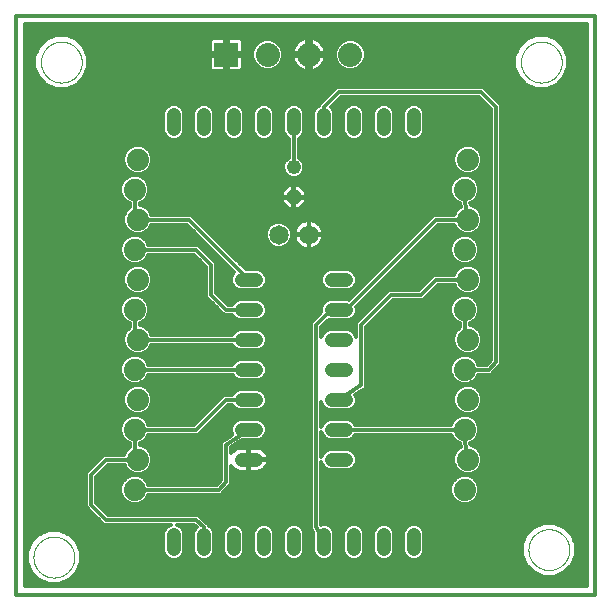
<source format=gbl>
G75*
%MOIN*%
%OFA0B0*%
%FSLAX25Y25*%
%IPPOS*%
%LPD*%
%AMOC8*
5,1,8,0,0,1.08239X$1,22.5*
%
%ADD10C,0.01200*%
%ADD11C,0.00000*%
%ADD12C,0.07400*%
%ADD13C,0.04800*%
%ADD14C,0.06500*%
%ADD15R,0.08000X0.08000*%
%ADD16C,0.08000*%
%ADD17C,0.04800*%
%ADD18OC8,0.04800*%
D10*
X0011733Y0001600D02*
X0011733Y0194513D01*
X0204647Y0194513D01*
X0204647Y0001600D01*
X0011733Y0001600D01*
X0014508Y0004375D02*
X0014508Y0191739D01*
X0201872Y0191739D01*
X0201872Y0004375D01*
X0014508Y0004375D01*
X0014508Y0005196D02*
X0022278Y0005196D01*
X0022448Y0005125D02*
X0026018Y0005125D01*
X0029317Y0006492D01*
X0031842Y0009016D01*
X0033208Y0012315D01*
X0033208Y0015885D01*
X0031842Y0019184D01*
X0029317Y0021708D01*
X0026018Y0023075D01*
X0022448Y0023075D01*
X0019149Y0021708D01*
X0016625Y0019184D01*
X0015258Y0015885D01*
X0015258Y0012315D01*
X0016625Y0009016D01*
X0019149Y0006492D01*
X0022448Y0005125D01*
X0019385Y0006394D02*
X0014508Y0006394D01*
X0014508Y0007593D02*
X0018048Y0007593D01*
X0016850Y0008791D02*
X0014508Y0008791D01*
X0014508Y0009990D02*
X0016222Y0009990D01*
X0015725Y0011188D02*
X0014508Y0011188D01*
X0014508Y0012387D02*
X0015258Y0012387D01*
X0015258Y0013585D02*
X0014508Y0013585D01*
X0014508Y0014784D02*
X0015258Y0014784D01*
X0015299Y0015982D02*
X0014508Y0015982D01*
X0014508Y0017181D02*
X0015795Y0017181D01*
X0016291Y0018379D02*
X0014508Y0018379D01*
X0014508Y0019578D02*
X0017019Y0019578D01*
X0018217Y0020776D02*
X0014508Y0020776D01*
X0014508Y0021975D02*
X0019792Y0021975D01*
X0014508Y0023173D02*
X0061138Y0023173D01*
X0061266Y0023483D02*
X0060733Y0022196D01*
X0060733Y0016004D01*
X0061266Y0014717D01*
X0062251Y0013733D01*
X0063537Y0013200D01*
X0064929Y0013200D01*
X0066216Y0013733D01*
X0067200Y0014717D01*
X0067733Y0016004D01*
X0067733Y0022196D01*
X0067200Y0023483D01*
X0066216Y0024467D01*
X0065171Y0024900D01*
X0071029Y0024900D01*
X0071856Y0024073D01*
X0071266Y0023483D01*
X0070733Y0022196D01*
X0070733Y0016004D01*
X0071266Y0014717D01*
X0072251Y0013733D01*
X0073537Y0013200D01*
X0074929Y0013200D01*
X0076216Y0013733D01*
X0077200Y0014717D01*
X0077733Y0016004D01*
X0077733Y0022196D01*
X0077200Y0023483D01*
X0076216Y0024467D01*
X0075933Y0024584D01*
X0075933Y0024804D01*
X0073433Y0027304D01*
X0072437Y0028300D01*
X0042437Y0028300D01*
X0038433Y0032304D01*
X0038433Y0040896D01*
X0042437Y0044900D01*
X0047742Y0044900D01*
X0048164Y0043881D01*
X0049514Y0042531D01*
X0051278Y0041800D01*
X0053188Y0041800D01*
X0054952Y0042531D01*
X0056302Y0043881D01*
X0057033Y0045645D01*
X0057033Y0047555D01*
X0056302Y0049319D01*
X0054952Y0050669D01*
X0053188Y0051400D01*
X0052933Y0051400D01*
X0052933Y0052109D01*
X0053952Y0052531D01*
X0055302Y0053881D01*
X0055725Y0054900D01*
X0072437Y0054900D01*
X0082437Y0064900D01*
X0083749Y0064900D01*
X0083866Y0064617D01*
X0084851Y0063633D01*
X0086137Y0063100D01*
X0092329Y0063100D01*
X0093616Y0063633D01*
X0094600Y0064617D01*
X0095133Y0065904D01*
X0095133Y0067296D01*
X0094600Y0068583D01*
X0093616Y0069567D01*
X0092329Y0070100D01*
X0086137Y0070100D01*
X0084851Y0069567D01*
X0083866Y0068583D01*
X0083749Y0068300D01*
X0081029Y0068300D01*
X0071029Y0058300D01*
X0055725Y0058300D01*
X0055302Y0059319D01*
X0053952Y0060669D01*
X0052188Y0061400D01*
X0050278Y0061400D01*
X0048514Y0060669D01*
X0047164Y0059319D01*
X0046433Y0057555D01*
X0046433Y0055645D01*
X0047164Y0053881D01*
X0048514Y0052531D01*
X0049533Y0052109D01*
X0049533Y0050677D01*
X0049514Y0050669D01*
X0048164Y0049319D01*
X0047742Y0048300D01*
X0041029Y0048300D01*
X0040033Y0047304D01*
X0035033Y0042304D01*
X0035033Y0030896D01*
X0036029Y0029900D01*
X0041029Y0024900D01*
X0063296Y0024900D01*
X0062251Y0024467D01*
X0061266Y0023483D01*
X0062155Y0024372D02*
X0014508Y0024372D01*
X0014508Y0025570D02*
X0040359Y0025570D01*
X0039160Y0026769D02*
X0014508Y0026769D01*
X0014508Y0027967D02*
X0037962Y0027967D01*
X0036763Y0029166D02*
X0014508Y0029166D01*
X0014508Y0030364D02*
X0035565Y0030364D01*
X0035033Y0031563D02*
X0014508Y0031563D01*
X0014508Y0032761D02*
X0035033Y0032761D01*
X0035033Y0033960D02*
X0014508Y0033960D01*
X0014508Y0035158D02*
X0035033Y0035158D01*
X0035033Y0036357D02*
X0014508Y0036357D01*
X0014508Y0037555D02*
X0035033Y0037555D01*
X0035033Y0038754D02*
X0014508Y0038754D01*
X0014508Y0039952D02*
X0035033Y0039952D01*
X0035033Y0041151D02*
X0014508Y0041151D01*
X0014508Y0042349D02*
X0035078Y0042349D01*
X0036277Y0043548D02*
X0014508Y0043548D01*
X0014508Y0044746D02*
X0037475Y0044746D01*
X0038674Y0045945D02*
X0014508Y0045945D01*
X0014508Y0047143D02*
X0039873Y0047143D01*
X0041733Y0046600D02*
X0052233Y0046600D01*
X0051233Y0050100D01*
X0051233Y0056600D01*
X0071733Y0056600D01*
X0081733Y0066600D01*
X0089233Y0066600D01*
X0085691Y0069915D02*
X0055706Y0069915D01*
X0056302Y0069319D02*
X0054952Y0070669D01*
X0053188Y0071400D01*
X0051278Y0071400D01*
X0049514Y0070669D01*
X0048164Y0069319D01*
X0047433Y0067555D01*
X0047433Y0065645D01*
X0048164Y0063881D01*
X0049514Y0062531D01*
X0051278Y0061800D01*
X0053188Y0061800D01*
X0054952Y0062531D01*
X0056302Y0063881D01*
X0057033Y0065645D01*
X0057033Y0067555D01*
X0056302Y0069319D01*
X0056552Y0068717D02*
X0084000Y0068717D01*
X0080247Y0067518D02*
X0057033Y0067518D01*
X0057033Y0066320D02*
X0079049Y0066320D01*
X0077850Y0065121D02*
X0056816Y0065121D01*
X0056320Y0063923D02*
X0076652Y0063923D01*
X0075453Y0062724D02*
X0055146Y0062724D01*
X0054294Y0060327D02*
X0073056Y0060327D01*
X0071858Y0059129D02*
X0055381Y0059129D01*
X0055490Y0054334D02*
X0082770Y0054334D01*
X0083721Y0054968D02*
X0081219Y0053300D01*
X0081029Y0053300D01*
X0080650Y0052921D01*
X0080204Y0052624D01*
X0080167Y0052438D01*
X0080033Y0052304D01*
X0080033Y0051768D01*
X0079928Y0051243D01*
X0080033Y0051085D01*
X0080033Y0039804D01*
X0078529Y0038300D01*
X0055725Y0038300D01*
X0055302Y0039319D01*
X0053952Y0040669D01*
X0052188Y0041400D01*
X0050278Y0041400D01*
X0048514Y0040669D01*
X0047164Y0039319D01*
X0046433Y0037555D01*
X0046433Y0035645D01*
X0047164Y0033881D01*
X0048514Y0032531D01*
X0050278Y0031800D01*
X0052188Y0031800D01*
X0053952Y0032531D01*
X0055302Y0033881D01*
X0055725Y0034900D01*
X0079937Y0034900D01*
X0082437Y0037400D01*
X0083433Y0038396D01*
X0083433Y0044489D01*
X0083726Y0044050D01*
X0084283Y0043493D01*
X0084939Y0043055D01*
X0085666Y0042754D01*
X0086439Y0042600D01*
X0089033Y0042600D01*
X0089033Y0046400D01*
X0089433Y0046400D01*
X0089433Y0042600D01*
X0092027Y0042600D01*
X0092800Y0042754D01*
X0093528Y0043055D01*
X0094183Y0043493D01*
X0094740Y0044050D01*
X0095178Y0044705D01*
X0095480Y0045433D01*
X0095633Y0046206D01*
X0095633Y0046400D01*
X0089433Y0046400D01*
X0089433Y0046800D01*
X0089033Y0046800D01*
X0089033Y0050600D01*
X0086439Y0050600D01*
X0085666Y0050446D01*
X0084939Y0050145D01*
X0084283Y0049707D01*
X0083726Y0049150D01*
X0083433Y0048711D01*
X0083433Y0050690D01*
X0087048Y0053100D01*
X0092329Y0053100D01*
X0093616Y0053633D01*
X0094600Y0054617D01*
X0095133Y0055904D01*
X0095133Y0057296D01*
X0094600Y0058583D01*
X0093616Y0059567D01*
X0092329Y0060100D01*
X0086137Y0060100D01*
X0084851Y0059567D01*
X0083866Y0058583D01*
X0083333Y0057296D01*
X0083333Y0055904D01*
X0083721Y0054968D01*
X0083487Y0055533D02*
X0073070Y0055533D01*
X0074269Y0056732D02*
X0083333Y0056732D01*
X0083596Y0057930D02*
X0075467Y0057930D01*
X0076666Y0059129D02*
X0084412Y0059129D01*
X0084561Y0063923D02*
X0081460Y0063923D01*
X0080261Y0062724D02*
X0110033Y0062724D01*
X0110033Y0061526D02*
X0079063Y0061526D01*
X0077864Y0060327D02*
X0110033Y0060327D01*
X0110033Y0059129D02*
X0094054Y0059129D01*
X0094871Y0057930D02*
X0110033Y0057930D01*
X0110033Y0056732D02*
X0095133Y0056732D01*
X0094980Y0055533D02*
X0110033Y0055533D01*
X0110033Y0054334D02*
X0094317Y0054334D01*
X0092416Y0053136D02*
X0110033Y0053136D01*
X0110033Y0051937D02*
X0085304Y0051937D01*
X0083506Y0050739D02*
X0110033Y0050739D01*
X0110033Y0049540D02*
X0094350Y0049540D01*
X0094183Y0049707D02*
X0093528Y0050145D01*
X0092800Y0050446D01*
X0092027Y0050600D01*
X0089433Y0050600D01*
X0089433Y0046800D01*
X0095633Y0046800D01*
X0095633Y0046994D01*
X0095480Y0047767D01*
X0095178Y0048495D01*
X0094740Y0049150D01*
X0094183Y0049707D01*
X0095241Y0048342D02*
X0110033Y0048342D01*
X0110033Y0047143D02*
X0095604Y0047143D01*
X0095581Y0045945D02*
X0110033Y0045945D01*
X0110033Y0044746D02*
X0095195Y0044746D01*
X0094238Y0043548D02*
X0110033Y0043548D01*
X0110033Y0042349D02*
X0083433Y0042349D01*
X0083433Y0041151D02*
X0110033Y0041151D01*
X0110033Y0039952D02*
X0083433Y0039952D01*
X0083433Y0038754D02*
X0110033Y0038754D01*
X0110033Y0037555D02*
X0082593Y0037555D01*
X0081394Y0036357D02*
X0110033Y0036357D01*
X0110033Y0035158D02*
X0080196Y0035158D01*
X0079233Y0036600D02*
X0081733Y0039100D01*
X0081733Y0051600D01*
X0089233Y0056600D01*
X0089033Y0049540D02*
X0089433Y0049540D01*
X0089433Y0048342D02*
X0089033Y0048342D01*
X0089033Y0047143D02*
X0089433Y0047143D01*
X0089433Y0045945D02*
X0089033Y0045945D01*
X0089033Y0044746D02*
X0089433Y0044746D01*
X0089433Y0043548D02*
X0089033Y0043548D01*
X0084228Y0043548D02*
X0083433Y0043548D01*
X0080033Y0043548D02*
X0055969Y0043548D01*
X0056661Y0044746D02*
X0080033Y0044746D01*
X0080033Y0045945D02*
X0057033Y0045945D01*
X0057033Y0047143D02*
X0080033Y0047143D01*
X0080033Y0048342D02*
X0056707Y0048342D01*
X0056081Y0049540D02*
X0080033Y0049540D01*
X0080033Y0050739D02*
X0054784Y0050739D01*
X0052933Y0051937D02*
X0080033Y0051937D01*
X0080865Y0053136D02*
X0054557Y0053136D01*
X0049533Y0051937D02*
X0014508Y0051937D01*
X0014508Y0050739D02*
X0049533Y0050739D01*
X0048385Y0049540D02*
X0014508Y0049540D01*
X0014508Y0048342D02*
X0047759Y0048342D01*
X0047806Y0044746D02*
X0042284Y0044746D01*
X0041085Y0043548D02*
X0048497Y0043548D01*
X0049952Y0042349D02*
X0039887Y0042349D01*
X0038688Y0041151D02*
X0049677Y0041151D01*
X0047797Y0039952D02*
X0038433Y0039952D01*
X0038433Y0038754D02*
X0046930Y0038754D01*
X0046433Y0037555D02*
X0038433Y0037555D01*
X0038433Y0036357D02*
X0046433Y0036357D01*
X0046635Y0035158D02*
X0038433Y0035158D01*
X0038433Y0033960D02*
X0047131Y0033960D01*
X0048284Y0032761D02*
X0038433Y0032761D01*
X0039175Y0031563D02*
X0110033Y0031563D01*
X0110033Y0032761D02*
X0054183Y0032761D01*
X0055335Y0033960D02*
X0110033Y0033960D01*
X0113433Y0033960D02*
X0157131Y0033960D01*
X0157164Y0033881D02*
X0158514Y0032531D01*
X0160278Y0031800D01*
X0162188Y0031800D01*
X0163952Y0032531D01*
X0165302Y0033881D01*
X0166033Y0035645D01*
X0166033Y0037555D01*
X0165302Y0039319D01*
X0163952Y0040669D01*
X0162188Y0041400D01*
X0160278Y0041400D01*
X0158514Y0040669D01*
X0157164Y0039319D01*
X0156433Y0037555D01*
X0156433Y0035645D01*
X0157164Y0033881D01*
X0156635Y0035158D02*
X0113433Y0035158D01*
X0113433Y0036357D02*
X0156433Y0036357D01*
X0156433Y0037555D02*
X0113433Y0037555D01*
X0113433Y0038754D02*
X0156930Y0038754D01*
X0157797Y0039952D02*
X0113433Y0039952D01*
X0113433Y0041151D02*
X0159677Y0041151D01*
X0159952Y0042349D02*
X0113433Y0042349D01*
X0113433Y0043548D02*
X0115056Y0043548D01*
X0114851Y0043633D02*
X0116137Y0043100D01*
X0122329Y0043100D01*
X0123616Y0043633D01*
X0124600Y0044617D01*
X0125133Y0045904D01*
X0125133Y0047296D01*
X0124600Y0048583D01*
X0123616Y0049567D01*
X0122329Y0050100D01*
X0116137Y0050100D01*
X0114851Y0049567D01*
X0113866Y0048583D01*
X0113433Y0047538D01*
X0113433Y0055662D01*
X0113866Y0054617D01*
X0114851Y0053633D01*
X0116137Y0053100D01*
X0122329Y0053100D01*
X0123616Y0053633D01*
X0124600Y0054617D01*
X0124717Y0054900D01*
X0156742Y0054900D01*
X0157164Y0053881D01*
X0158514Y0052531D01*
X0159533Y0052109D01*
X0159533Y0051896D01*
X0159646Y0051783D01*
X0159811Y0050792D01*
X0159514Y0050669D01*
X0158164Y0049319D01*
X0157433Y0047555D01*
X0157433Y0045645D01*
X0158164Y0043881D01*
X0159514Y0042531D01*
X0161278Y0041800D01*
X0163188Y0041800D01*
X0164952Y0042531D01*
X0166302Y0043881D01*
X0167033Y0045645D01*
X0167033Y0047555D01*
X0166302Y0049319D01*
X0164952Y0050669D01*
X0163188Y0051400D01*
X0163157Y0051400D01*
X0163032Y0052149D01*
X0163952Y0052531D01*
X0165302Y0053881D01*
X0166033Y0055645D01*
X0166033Y0057555D01*
X0165302Y0059319D01*
X0163952Y0060669D01*
X0162188Y0061400D01*
X0160278Y0061400D01*
X0158514Y0060669D01*
X0157164Y0059319D01*
X0156742Y0058300D01*
X0124717Y0058300D01*
X0124600Y0058583D01*
X0123616Y0059567D01*
X0122329Y0060100D01*
X0116137Y0060100D01*
X0114851Y0059567D01*
X0113866Y0058583D01*
X0113433Y0057538D01*
X0113433Y0065662D01*
X0113866Y0064617D01*
X0114851Y0063633D01*
X0116137Y0063100D01*
X0122329Y0063100D01*
X0123616Y0063633D01*
X0124600Y0064617D01*
X0125133Y0065904D01*
X0125133Y0067296D01*
X0124746Y0068232D01*
X0127248Y0069900D01*
X0127437Y0069900D01*
X0127816Y0070279D01*
X0128262Y0070576D01*
X0128299Y0070762D01*
X0128433Y0070896D01*
X0128433Y0071432D01*
X0128538Y0071957D01*
X0128433Y0072115D01*
X0128433Y0090896D01*
X0137437Y0099900D01*
X0147437Y0099900D01*
X0152437Y0104900D01*
X0157742Y0104900D01*
X0158164Y0103881D01*
X0159514Y0102531D01*
X0161278Y0101800D01*
X0163188Y0101800D01*
X0164952Y0102531D01*
X0166302Y0103881D01*
X0167033Y0105645D01*
X0167033Y0107555D01*
X0166302Y0109319D01*
X0164952Y0110669D01*
X0163188Y0111400D01*
X0161278Y0111400D01*
X0159514Y0110669D01*
X0158164Y0109319D01*
X0157742Y0108300D01*
X0151029Y0108300D01*
X0150033Y0107304D01*
X0146029Y0103300D01*
X0136029Y0103300D01*
X0135033Y0102304D01*
X0125033Y0092304D01*
X0125033Y0087538D01*
X0124600Y0088583D01*
X0123616Y0089567D01*
X0122329Y0090100D01*
X0116137Y0090100D01*
X0114851Y0089567D01*
X0113866Y0088583D01*
X0113433Y0087538D01*
X0113433Y0090896D01*
X0115784Y0093246D01*
X0116137Y0093100D01*
X0122329Y0093100D01*
X0123616Y0093633D01*
X0124600Y0094617D01*
X0125133Y0095904D01*
X0125133Y0097296D01*
X0125045Y0097508D01*
X0152437Y0124900D01*
X0157742Y0124900D01*
X0158164Y0123881D01*
X0159514Y0122531D01*
X0161278Y0121800D01*
X0163188Y0121800D01*
X0164952Y0122531D01*
X0166302Y0123881D01*
X0167033Y0125645D01*
X0167033Y0127555D01*
X0166302Y0129319D01*
X0164952Y0130669D01*
X0163188Y0131400D01*
X0163157Y0131400D01*
X0163032Y0132149D01*
X0163952Y0132531D01*
X0165302Y0133881D01*
X0166033Y0135645D01*
X0166033Y0137555D01*
X0165302Y0139319D01*
X0163952Y0140669D01*
X0162188Y0141400D01*
X0160278Y0141400D01*
X0158514Y0140669D01*
X0157164Y0139319D01*
X0156433Y0137555D01*
X0156433Y0135645D01*
X0157164Y0133881D01*
X0158514Y0132531D01*
X0159533Y0132109D01*
X0159533Y0131896D01*
X0159646Y0131783D01*
X0159811Y0130792D01*
X0159514Y0130669D01*
X0158164Y0129319D01*
X0157742Y0128300D01*
X0151029Y0128300D01*
X0150033Y0127304D01*
X0122683Y0099954D01*
X0122329Y0100100D01*
X0116137Y0100100D01*
X0114851Y0099567D01*
X0113866Y0098583D01*
X0113333Y0097296D01*
X0113333Y0095904D01*
X0113421Y0095692D01*
X0110033Y0092304D01*
X0110033Y0024376D01*
X0109898Y0023970D01*
X0110033Y0023699D01*
X0110033Y0023396D01*
X0110336Y0023093D01*
X0110756Y0022252D01*
X0110733Y0022196D01*
X0110733Y0016004D01*
X0111266Y0014717D01*
X0112251Y0013733D01*
X0113537Y0013200D01*
X0114929Y0013200D01*
X0116216Y0013733D01*
X0117200Y0014717D01*
X0117733Y0016004D01*
X0117733Y0022196D01*
X0117200Y0023483D01*
X0116216Y0024467D01*
X0114929Y0025000D01*
X0113537Y0025000D01*
X0113433Y0024957D01*
X0113433Y0045662D01*
X0113866Y0044617D01*
X0114851Y0043633D01*
X0113813Y0044746D02*
X0113433Y0044746D01*
X0113433Y0048342D02*
X0113766Y0048342D01*
X0113433Y0049540D02*
X0114824Y0049540D01*
X0113433Y0050739D02*
X0159683Y0050739D01*
X0159533Y0051937D02*
X0113433Y0051937D01*
X0113433Y0053136D02*
X0116050Y0053136D01*
X0114149Y0054334D02*
X0113433Y0054334D01*
X0113433Y0055533D02*
X0113487Y0055533D01*
X0113433Y0057930D02*
X0113596Y0057930D01*
X0113433Y0059129D02*
X0114412Y0059129D01*
X0113433Y0060327D02*
X0158172Y0060327D01*
X0157085Y0059129D02*
X0124054Y0059129D01*
X0123906Y0063923D02*
X0158147Y0063923D01*
X0158164Y0063881D02*
X0159514Y0062531D01*
X0161278Y0061800D01*
X0163188Y0061800D01*
X0164952Y0062531D01*
X0166302Y0063881D01*
X0167033Y0065645D01*
X0167033Y0067555D01*
X0166302Y0069319D01*
X0164952Y0070669D01*
X0163188Y0071400D01*
X0161278Y0071400D01*
X0159514Y0070669D01*
X0158164Y0069319D01*
X0157433Y0067555D01*
X0157433Y0065645D01*
X0158164Y0063881D01*
X0157650Y0065121D02*
X0124809Y0065121D01*
X0125133Y0066320D02*
X0157433Y0066320D01*
X0157433Y0067518D02*
X0125041Y0067518D01*
X0125473Y0068717D02*
X0157915Y0068717D01*
X0158760Y0069915D02*
X0127453Y0069915D01*
X0128433Y0071114D02*
X0160587Y0071114D01*
X0160278Y0071800D02*
X0162188Y0071800D01*
X0163952Y0072531D01*
X0165302Y0073881D01*
X0165725Y0074900D01*
X0169937Y0074900D01*
X0173433Y0078396D01*
X0173433Y0164804D01*
X0172437Y0165800D01*
X0167437Y0170800D01*
X0118529Y0170800D01*
X0117533Y0169804D01*
X0112533Y0164804D01*
X0112533Y0164584D01*
X0112251Y0164467D01*
X0111266Y0163483D01*
X0110733Y0162196D01*
X0110733Y0156004D01*
X0111266Y0154717D01*
X0112251Y0153733D01*
X0113537Y0153200D01*
X0114929Y0153200D01*
X0116216Y0153733D01*
X0117200Y0154717D01*
X0117733Y0156004D01*
X0117733Y0162196D01*
X0117200Y0163483D01*
X0116610Y0164073D01*
X0119937Y0167400D01*
X0166029Y0167400D01*
X0170033Y0163396D01*
X0170033Y0079804D01*
X0168529Y0078300D01*
X0165725Y0078300D01*
X0165302Y0079319D01*
X0163952Y0080669D01*
X0162188Y0081400D01*
X0160278Y0081400D01*
X0158514Y0080669D01*
X0157164Y0079319D01*
X0156433Y0077555D01*
X0156433Y0075645D01*
X0157164Y0073881D01*
X0158514Y0072531D01*
X0160278Y0071800D01*
X0159042Y0072312D02*
X0128433Y0072312D01*
X0128433Y0073511D02*
X0157534Y0073511D01*
X0156821Y0074709D02*
X0128433Y0074709D01*
X0128433Y0075908D02*
X0156433Y0075908D01*
X0156433Y0077106D02*
X0128433Y0077106D01*
X0128433Y0078305D02*
X0156744Y0078305D01*
X0157348Y0079503D02*
X0128433Y0079503D01*
X0128433Y0080702D02*
X0158593Y0080702D01*
X0159514Y0082531D02*
X0158164Y0083881D01*
X0157433Y0085645D01*
X0157433Y0087555D01*
X0158164Y0089319D01*
X0159514Y0090669D01*
X0159533Y0090677D01*
X0159533Y0092109D01*
X0158514Y0092531D01*
X0157164Y0093881D01*
X0156433Y0095645D01*
X0156433Y0097555D01*
X0157164Y0099319D01*
X0158514Y0100669D01*
X0160278Y0101400D01*
X0162188Y0101400D01*
X0163952Y0100669D01*
X0165302Y0099319D01*
X0166033Y0097555D01*
X0166033Y0095645D01*
X0165302Y0093881D01*
X0163952Y0092531D01*
X0162933Y0092109D01*
X0162933Y0091400D01*
X0163188Y0091400D01*
X0164952Y0090669D01*
X0166302Y0089319D01*
X0167033Y0087555D01*
X0167033Y0085645D01*
X0166302Y0083881D01*
X0164952Y0082531D01*
X0163188Y0081800D01*
X0161278Y0081800D01*
X0159514Y0082531D01*
X0158946Y0083099D02*
X0128433Y0083099D01*
X0128433Y0084297D02*
X0157992Y0084297D01*
X0157495Y0085496D02*
X0128433Y0085496D01*
X0128433Y0086694D02*
X0157433Y0086694D01*
X0157573Y0087893D02*
X0128433Y0087893D01*
X0128433Y0089091D02*
X0158070Y0089091D01*
X0159135Y0090290D02*
X0128433Y0090290D01*
X0129026Y0091488D02*
X0159533Y0091488D01*
X0158358Y0092687D02*
X0130224Y0092687D01*
X0131423Y0093885D02*
X0157162Y0093885D01*
X0156666Y0095084D02*
X0132621Y0095084D01*
X0133820Y0096282D02*
X0156433Y0096282D01*
X0156433Y0097481D02*
X0135018Y0097481D01*
X0136217Y0098679D02*
X0156899Y0098679D01*
X0157723Y0099878D02*
X0137415Y0099878D01*
X0136733Y0101600D02*
X0146733Y0101600D01*
X0151733Y0106600D01*
X0162233Y0106600D01*
X0157836Y0104672D02*
X0152209Y0104672D01*
X0151011Y0103473D02*
X0158572Y0103473D01*
X0160132Y0102275D02*
X0149812Y0102275D01*
X0148614Y0101076D02*
X0159497Y0101076D01*
X0162969Y0101076D02*
X0170033Y0101076D01*
X0170033Y0099878D02*
X0164744Y0099878D01*
X0165567Y0098679D02*
X0170033Y0098679D01*
X0170033Y0097481D02*
X0166033Y0097481D01*
X0166033Y0096282D02*
X0170033Y0096282D01*
X0170033Y0095084D02*
X0165801Y0095084D01*
X0165304Y0093885D02*
X0170033Y0093885D01*
X0170033Y0092687D02*
X0164108Y0092687D01*
X0162933Y0091488D02*
X0170033Y0091488D01*
X0170033Y0090290D02*
X0165332Y0090290D01*
X0166397Y0089091D02*
X0170033Y0089091D01*
X0170033Y0087893D02*
X0166893Y0087893D01*
X0167033Y0086694D02*
X0170033Y0086694D01*
X0170033Y0085496D02*
X0166971Y0085496D01*
X0166475Y0084297D02*
X0170033Y0084297D01*
X0170033Y0083099D02*
X0165520Y0083099D01*
X0163430Y0081900D02*
X0170033Y0081900D01*
X0170033Y0080702D02*
X0163874Y0080702D01*
X0165118Y0079503D02*
X0169732Y0079503D01*
X0168534Y0078305D02*
X0165723Y0078305D01*
X0165646Y0074709D02*
X0201872Y0074709D01*
X0201872Y0073511D02*
X0164932Y0073511D01*
X0163424Y0072312D02*
X0201872Y0072312D01*
X0201872Y0071114D02*
X0163879Y0071114D01*
X0165706Y0069915D02*
X0201872Y0069915D01*
X0201872Y0068717D02*
X0166552Y0068717D01*
X0167033Y0067518D02*
X0201872Y0067518D01*
X0201872Y0066320D02*
X0167033Y0066320D01*
X0166816Y0065121D02*
X0201872Y0065121D01*
X0201872Y0063923D02*
X0166320Y0063923D01*
X0165146Y0062724D02*
X0201872Y0062724D01*
X0201872Y0061526D02*
X0113433Y0061526D01*
X0113433Y0062724D02*
X0159321Y0062724D01*
X0164294Y0060327D02*
X0201872Y0060327D01*
X0201872Y0059129D02*
X0165381Y0059129D01*
X0165878Y0057930D02*
X0201872Y0057930D01*
X0201872Y0056732D02*
X0166033Y0056732D01*
X0165987Y0055533D02*
X0201872Y0055533D01*
X0201872Y0054334D02*
X0165490Y0054334D01*
X0164557Y0053136D02*
X0201872Y0053136D01*
X0201872Y0051937D02*
X0163067Y0051937D01*
X0161233Y0052600D02*
X0161233Y0056600D01*
X0119233Y0056600D01*
X0122416Y0053136D02*
X0157909Y0053136D01*
X0156976Y0054334D02*
X0124317Y0054334D01*
X0123643Y0049540D02*
X0158385Y0049540D01*
X0157759Y0048342D02*
X0124700Y0048342D01*
X0125133Y0047143D02*
X0157433Y0047143D01*
X0157433Y0045945D02*
X0125133Y0045945D01*
X0124654Y0044746D02*
X0157806Y0044746D01*
X0158497Y0043548D02*
X0123411Y0043548D01*
X0113433Y0032761D02*
X0158284Y0032761D01*
X0164183Y0032761D02*
X0201872Y0032761D01*
X0201872Y0031563D02*
X0113433Y0031563D01*
X0113433Y0030364D02*
X0201872Y0030364D01*
X0201872Y0029166D02*
X0113433Y0029166D01*
X0113433Y0027967D02*
X0201872Y0027967D01*
X0201872Y0026769D02*
X0113433Y0026769D01*
X0113433Y0025570D02*
X0187437Y0025570D01*
X0187448Y0025575D02*
X0184149Y0024208D01*
X0181625Y0021684D01*
X0180258Y0018385D01*
X0180258Y0014815D01*
X0181625Y0011516D01*
X0184149Y0008992D01*
X0187448Y0007625D01*
X0191018Y0007625D01*
X0194317Y0008992D01*
X0196842Y0011516D01*
X0198208Y0014815D01*
X0198208Y0018385D01*
X0196842Y0021684D01*
X0194317Y0024208D01*
X0191018Y0025575D01*
X0187448Y0025575D01*
X0184544Y0024372D02*
X0146311Y0024372D01*
X0146216Y0024467D02*
X0144929Y0025000D01*
X0143537Y0025000D01*
X0142251Y0024467D01*
X0141266Y0023483D01*
X0140733Y0022196D01*
X0140733Y0016004D01*
X0141266Y0014717D01*
X0142251Y0013733D01*
X0143537Y0013200D01*
X0144929Y0013200D01*
X0146216Y0013733D01*
X0147200Y0014717D01*
X0147733Y0016004D01*
X0147733Y0022196D01*
X0147200Y0023483D01*
X0146216Y0024467D01*
X0147329Y0023173D02*
X0183114Y0023173D01*
X0181916Y0021975D02*
X0147733Y0021975D01*
X0147733Y0020776D02*
X0181249Y0020776D01*
X0180752Y0019578D02*
X0147733Y0019578D01*
X0147733Y0018379D02*
X0180258Y0018379D01*
X0180258Y0017181D02*
X0147733Y0017181D01*
X0147724Y0015982D02*
X0180258Y0015982D01*
X0180271Y0014784D02*
X0147228Y0014784D01*
X0145859Y0013585D02*
X0180768Y0013585D01*
X0181264Y0012387D02*
X0033208Y0012387D01*
X0033208Y0013585D02*
X0062607Y0013585D01*
X0061239Y0014784D02*
X0033208Y0014784D01*
X0033168Y0015982D02*
X0060742Y0015982D01*
X0060733Y0017181D02*
X0032671Y0017181D01*
X0032175Y0018379D02*
X0060733Y0018379D01*
X0060733Y0019578D02*
X0031448Y0019578D01*
X0030249Y0020776D02*
X0060733Y0020776D01*
X0060733Y0021975D02*
X0028674Y0021975D01*
X0036733Y0031600D02*
X0036733Y0041600D01*
X0041733Y0046600D01*
X0047909Y0053136D02*
X0014508Y0053136D01*
X0014508Y0054334D02*
X0046976Y0054334D01*
X0046480Y0055533D02*
X0014508Y0055533D01*
X0014508Y0056732D02*
X0046433Y0056732D01*
X0046589Y0057930D02*
X0014508Y0057930D01*
X0014508Y0059129D02*
X0047085Y0059129D01*
X0048172Y0060327D02*
X0014508Y0060327D01*
X0014508Y0061526D02*
X0074255Y0061526D01*
X0083433Y0049540D02*
X0084117Y0049540D01*
X0080033Y0042349D02*
X0054514Y0042349D01*
X0052789Y0041151D02*
X0080033Y0041151D01*
X0080033Y0039952D02*
X0054669Y0039952D01*
X0055537Y0038754D02*
X0078983Y0038754D01*
X0079233Y0036600D02*
X0051233Y0036600D01*
X0041572Y0029166D02*
X0110033Y0029166D01*
X0110033Y0030364D02*
X0040373Y0030364D01*
X0036733Y0031600D02*
X0041733Y0026600D01*
X0071733Y0026600D01*
X0074233Y0024100D01*
X0074233Y0019100D01*
X0070733Y0019578D02*
X0067733Y0019578D01*
X0067733Y0020776D02*
X0070733Y0020776D01*
X0070733Y0021975D02*
X0067733Y0021975D01*
X0067329Y0023173D02*
X0071138Y0023173D01*
X0071557Y0024372D02*
X0066311Y0024372D01*
X0067733Y0018379D02*
X0070733Y0018379D01*
X0070733Y0017181D02*
X0067733Y0017181D01*
X0067724Y0015982D02*
X0070742Y0015982D01*
X0071239Y0014784D02*
X0067228Y0014784D01*
X0065859Y0013585D02*
X0072607Y0013585D01*
X0075859Y0013585D02*
X0082607Y0013585D01*
X0082251Y0013733D02*
X0083537Y0013200D01*
X0084929Y0013200D01*
X0086216Y0013733D01*
X0087200Y0014717D01*
X0087733Y0016004D01*
X0087733Y0022196D01*
X0087200Y0023483D01*
X0086216Y0024467D01*
X0084929Y0025000D01*
X0083537Y0025000D01*
X0082251Y0024467D01*
X0081266Y0023483D01*
X0080733Y0022196D01*
X0080733Y0016004D01*
X0081266Y0014717D01*
X0082251Y0013733D01*
X0081239Y0014784D02*
X0077228Y0014784D01*
X0077724Y0015982D02*
X0080742Y0015982D01*
X0080733Y0017181D02*
X0077733Y0017181D01*
X0077733Y0018379D02*
X0080733Y0018379D01*
X0080733Y0019578D02*
X0077733Y0019578D01*
X0077733Y0020776D02*
X0080733Y0020776D01*
X0080733Y0021975D02*
X0077733Y0021975D01*
X0077329Y0023173D02*
X0081138Y0023173D01*
X0082155Y0024372D02*
X0076311Y0024372D01*
X0075167Y0025570D02*
X0110033Y0025570D01*
X0110032Y0024372D02*
X0106311Y0024372D01*
X0106216Y0024467D02*
X0104929Y0025000D01*
X0103537Y0025000D01*
X0102251Y0024467D01*
X0101266Y0023483D01*
X0100733Y0022196D01*
X0100733Y0016004D01*
X0101266Y0014717D01*
X0102251Y0013733D01*
X0103537Y0013200D01*
X0104929Y0013200D01*
X0106216Y0013733D01*
X0107200Y0014717D01*
X0107733Y0016004D01*
X0107733Y0022196D01*
X0107200Y0023483D01*
X0106216Y0024467D01*
X0107329Y0023173D02*
X0110256Y0023173D01*
X0110733Y0021975D02*
X0107733Y0021975D01*
X0107733Y0020776D02*
X0110733Y0020776D01*
X0110733Y0019578D02*
X0107733Y0019578D01*
X0107733Y0018379D02*
X0110733Y0018379D01*
X0110733Y0017181D02*
X0107733Y0017181D01*
X0107724Y0015982D02*
X0110742Y0015982D01*
X0111239Y0014784D02*
X0107228Y0014784D01*
X0105859Y0013585D02*
X0112607Y0013585D01*
X0115859Y0013585D02*
X0122607Y0013585D01*
X0122251Y0013733D02*
X0123537Y0013200D01*
X0124929Y0013200D01*
X0126216Y0013733D01*
X0127200Y0014717D01*
X0127733Y0016004D01*
X0127733Y0022196D01*
X0127200Y0023483D01*
X0126216Y0024467D01*
X0124929Y0025000D01*
X0123537Y0025000D01*
X0122251Y0024467D01*
X0121266Y0023483D01*
X0120733Y0022196D01*
X0120733Y0016004D01*
X0121266Y0014717D01*
X0122251Y0013733D01*
X0121239Y0014784D02*
X0117228Y0014784D01*
X0117724Y0015982D02*
X0120742Y0015982D01*
X0120733Y0017181D02*
X0117733Y0017181D01*
X0117733Y0018379D02*
X0120733Y0018379D01*
X0120733Y0019578D02*
X0117733Y0019578D01*
X0117733Y0020776D02*
X0120733Y0020776D01*
X0120733Y0021975D02*
X0117733Y0021975D01*
X0117329Y0023173D02*
X0121138Y0023173D01*
X0122155Y0024372D02*
X0116311Y0024372D01*
X0111733Y0024100D02*
X0114233Y0019100D01*
X0111733Y0024100D02*
X0111733Y0091600D01*
X0116733Y0096600D01*
X0119233Y0096600D01*
X0121733Y0096600D01*
X0151733Y0126600D01*
X0162233Y0126600D01*
X0156733Y0126600D01*
X0157884Y0128642D02*
X0056583Y0128642D01*
X0056725Y0128300D02*
X0056302Y0129319D01*
X0054952Y0130669D01*
X0053188Y0131400D01*
X0052933Y0131400D01*
X0052933Y0132109D01*
X0053952Y0132531D01*
X0055302Y0133881D01*
X0056033Y0135645D01*
X0056033Y0137555D01*
X0055302Y0139319D01*
X0053952Y0140669D01*
X0052188Y0141400D01*
X0050278Y0141400D01*
X0048514Y0140669D01*
X0047164Y0139319D01*
X0046433Y0137555D01*
X0046433Y0135645D01*
X0047164Y0133881D01*
X0048514Y0132531D01*
X0049533Y0132109D01*
X0049533Y0130677D01*
X0049514Y0130669D01*
X0048164Y0129319D01*
X0047433Y0127555D01*
X0047433Y0125645D01*
X0048164Y0123881D01*
X0049514Y0122531D01*
X0051278Y0121800D01*
X0053188Y0121800D01*
X0054952Y0122531D01*
X0056302Y0123881D01*
X0056725Y0124900D01*
X0068529Y0124900D01*
X0084356Y0109073D01*
X0083866Y0108583D01*
X0083333Y0107296D01*
X0083333Y0105904D01*
X0083866Y0104617D01*
X0084851Y0103633D01*
X0086137Y0103100D01*
X0092329Y0103100D01*
X0093616Y0103633D01*
X0094600Y0104617D01*
X0095133Y0105904D01*
X0095133Y0107296D01*
X0094600Y0108583D01*
X0093616Y0109567D01*
X0092329Y0110100D01*
X0088137Y0110100D01*
X0069937Y0128300D01*
X0056725Y0128300D01*
X0055781Y0129841D02*
X0158686Y0129841D01*
X0159770Y0131039D02*
X0106829Y0131039D01*
X0105890Y0130100D02*
X0108233Y0132443D01*
X0108233Y0133900D01*
X0104433Y0133900D01*
X0104433Y0130100D01*
X0105890Y0130100D01*
X0104433Y0131039D02*
X0104033Y0131039D01*
X0104033Y0130100D02*
X0104033Y0133900D01*
X0100233Y0133900D01*
X0100233Y0132443D01*
X0102576Y0130100D01*
X0104033Y0130100D01*
X0104033Y0132238D02*
X0104433Y0132238D01*
X0104433Y0133436D02*
X0104033Y0133436D01*
X0104033Y0133900D02*
X0104433Y0133900D01*
X0104433Y0134300D01*
X0104033Y0134300D01*
X0104033Y0133900D01*
X0104033Y0134300D02*
X0100233Y0134300D01*
X0100233Y0135757D01*
X0102576Y0138100D01*
X0104033Y0138100D01*
X0104033Y0134300D01*
X0104033Y0134635D02*
X0104433Y0134635D01*
X0104433Y0134300D02*
X0104433Y0138100D01*
X0105890Y0138100D01*
X0108233Y0135757D01*
X0108233Y0134300D01*
X0104433Y0134300D01*
X0104433Y0135833D02*
X0104033Y0135833D01*
X0104033Y0137032D02*
X0104433Y0137032D01*
X0106958Y0137032D02*
X0156433Y0137032D01*
X0156433Y0135833D02*
X0108157Y0135833D01*
X0108233Y0134635D02*
X0156852Y0134635D01*
X0157609Y0133436D02*
X0108233Y0133436D01*
X0108028Y0132238D02*
X0159222Y0132238D01*
X0161233Y0132600D02*
X0161233Y0136600D01*
X0161233Y0132600D02*
X0162233Y0126600D01*
X0164059Y0131039D02*
X0170033Y0131039D01*
X0170033Y0129841D02*
X0165781Y0129841D01*
X0166583Y0128642D02*
X0170033Y0128642D01*
X0170033Y0127444D02*
X0167033Y0127444D01*
X0167033Y0126245D02*
X0170033Y0126245D01*
X0170033Y0125047D02*
X0166785Y0125047D01*
X0166270Y0123848D02*
X0170033Y0123848D01*
X0170033Y0122650D02*
X0165071Y0122650D01*
X0163952Y0120669D02*
X0162188Y0121400D01*
X0160278Y0121400D01*
X0158514Y0120669D01*
X0157164Y0119319D01*
X0156433Y0117555D01*
X0156433Y0115645D01*
X0157164Y0113881D01*
X0158514Y0112531D01*
X0160278Y0111800D01*
X0162188Y0111800D01*
X0163952Y0112531D01*
X0165302Y0113881D01*
X0166033Y0115645D01*
X0166033Y0117555D01*
X0165302Y0119319D01*
X0163952Y0120669D01*
X0164369Y0120253D02*
X0170033Y0120253D01*
X0170033Y0121451D02*
X0148989Y0121451D01*
X0150187Y0122650D02*
X0159395Y0122650D01*
X0158197Y0123848D02*
X0151386Y0123848D01*
X0148974Y0126245D02*
X0110632Y0126245D01*
X0110369Y0126331D02*
X0109615Y0126450D01*
X0109322Y0126450D01*
X0109322Y0121689D01*
X0109144Y0121689D01*
X0109144Y0121511D01*
X0104383Y0121511D01*
X0104383Y0121218D01*
X0104503Y0120464D01*
X0104739Y0119738D01*
X0105085Y0119058D01*
X0105534Y0118440D01*
X0106074Y0117901D01*
X0106691Y0117452D01*
X0107371Y0117105D01*
X0108098Y0116869D01*
X0108852Y0116750D01*
X0109144Y0116750D01*
X0109144Y0121511D01*
X0109322Y0121511D01*
X0109322Y0116750D01*
X0109615Y0116750D01*
X0110369Y0116869D01*
X0111095Y0117105D01*
X0111775Y0117452D01*
X0112393Y0117901D01*
X0112933Y0118440D01*
X0113381Y0119058D01*
X0113728Y0119738D01*
X0113964Y0120464D01*
X0114083Y0121218D01*
X0114083Y0121511D01*
X0109322Y0121511D01*
X0109322Y0121689D01*
X0114083Y0121689D01*
X0114083Y0121982D01*
X0113964Y0122736D01*
X0113728Y0123462D01*
X0113381Y0124142D01*
X0112933Y0124760D01*
X0112393Y0125299D01*
X0111775Y0125748D01*
X0111095Y0126095D01*
X0110369Y0126331D01*
X0109322Y0126245D02*
X0109144Y0126245D01*
X0109144Y0126450D02*
X0108852Y0126450D01*
X0108098Y0126331D01*
X0107371Y0126095D01*
X0106691Y0125748D01*
X0106074Y0125299D01*
X0105534Y0124760D01*
X0105085Y0124142D01*
X0104739Y0123462D01*
X0104503Y0122736D01*
X0104383Y0121982D01*
X0104383Y0121689D01*
X0109144Y0121689D01*
X0109144Y0126450D01*
X0107835Y0126245D02*
X0071992Y0126245D01*
X0070794Y0127444D02*
X0150173Y0127444D01*
X0147776Y0125047D02*
X0112645Y0125047D01*
X0113531Y0123848D02*
X0146577Y0123848D01*
X0145379Y0122650D02*
X0113977Y0122650D01*
X0114083Y0121451D02*
X0144180Y0121451D01*
X0142982Y0120253D02*
X0113895Y0120253D01*
X0113378Y0119054D02*
X0141783Y0119054D01*
X0140585Y0117856D02*
X0112331Y0117856D01*
X0109322Y0117856D02*
X0109144Y0117856D01*
X0109144Y0119054D02*
X0109322Y0119054D01*
X0109322Y0120253D02*
X0109144Y0120253D01*
X0109144Y0121451D02*
X0109322Y0121451D01*
X0109322Y0122650D02*
X0109144Y0122650D01*
X0109144Y0123848D02*
X0109322Y0123848D01*
X0109322Y0125047D02*
X0109144Y0125047D01*
X0105821Y0125047D02*
X0101938Y0125047D01*
X0101697Y0125288D02*
X0100099Y0125950D01*
X0098368Y0125950D01*
X0096769Y0125288D01*
X0095545Y0124064D01*
X0094883Y0122465D01*
X0094883Y0120735D01*
X0095545Y0119136D01*
X0096769Y0117912D01*
X0098368Y0117250D01*
X0100099Y0117250D01*
X0101697Y0117912D01*
X0102921Y0119136D01*
X0103583Y0120735D01*
X0103583Y0122465D01*
X0102921Y0124064D01*
X0101697Y0125288D01*
X0103010Y0123848D02*
X0104935Y0123848D01*
X0104489Y0122650D02*
X0103507Y0122650D01*
X0103583Y0121451D02*
X0104383Y0121451D01*
X0104571Y0120253D02*
X0103384Y0120253D01*
X0102839Y0119054D02*
X0105088Y0119054D01*
X0106136Y0117856D02*
X0101561Y0117856D01*
X0096906Y0117856D02*
X0080382Y0117856D01*
X0079183Y0119054D02*
X0095627Y0119054D01*
X0095083Y0120253D02*
X0077985Y0120253D01*
X0076786Y0121451D02*
X0094883Y0121451D01*
X0094960Y0122650D02*
X0075588Y0122650D01*
X0074389Y0123848D02*
X0095456Y0123848D01*
X0096528Y0125047D02*
X0073191Y0125047D01*
X0070779Y0122650D02*
X0055071Y0122650D01*
X0056270Y0123848D02*
X0069581Y0123848D01*
X0069233Y0126600D02*
X0089233Y0106600D01*
X0087573Y0110665D02*
X0133394Y0110665D01*
X0134592Y0111863D02*
X0086374Y0111863D01*
X0085176Y0113062D02*
X0135791Y0113062D01*
X0136989Y0114260D02*
X0083977Y0114260D01*
X0082779Y0115459D02*
X0138188Y0115459D01*
X0139386Y0116657D02*
X0081580Y0116657D01*
X0079169Y0114260D02*
X0076477Y0114260D01*
X0077437Y0113300D02*
X0072437Y0118300D01*
X0055725Y0118300D01*
X0055302Y0119319D01*
X0053952Y0120669D01*
X0052188Y0121400D01*
X0050278Y0121400D01*
X0048514Y0120669D01*
X0047164Y0119319D01*
X0046433Y0117555D01*
X0046433Y0115645D01*
X0047164Y0113881D01*
X0048514Y0112531D01*
X0050278Y0111800D01*
X0052188Y0111800D01*
X0053952Y0112531D01*
X0055302Y0113881D01*
X0055725Y0114900D01*
X0071029Y0114900D01*
X0075033Y0110896D01*
X0075033Y0100896D01*
X0080033Y0095896D01*
X0081029Y0094900D01*
X0083749Y0094900D01*
X0083866Y0094617D01*
X0084851Y0093633D01*
X0086137Y0093100D01*
X0092329Y0093100D01*
X0093616Y0093633D01*
X0094600Y0094617D01*
X0095133Y0095904D01*
X0095133Y0097296D01*
X0094600Y0098583D01*
X0093616Y0099567D01*
X0092329Y0100100D01*
X0086137Y0100100D01*
X0084851Y0099567D01*
X0083866Y0098583D01*
X0083749Y0098300D01*
X0082437Y0098300D01*
X0078433Y0102304D01*
X0078433Y0112304D01*
X0077437Y0113300D01*
X0077676Y0113062D02*
X0080368Y0113062D01*
X0081566Y0111863D02*
X0078433Y0111863D01*
X0078433Y0110665D02*
X0082765Y0110665D01*
X0083963Y0109466D02*
X0078433Y0109466D01*
X0078433Y0108268D02*
X0083736Y0108268D01*
X0083333Y0107069D02*
X0078433Y0107069D01*
X0078433Y0105870D02*
X0083347Y0105870D01*
X0083843Y0104672D02*
X0078433Y0104672D01*
X0078433Y0103473D02*
X0085235Y0103473D01*
X0085601Y0099878D02*
X0080859Y0099878D01*
X0079661Y0101076D02*
X0123806Y0101076D01*
X0125004Y0102275D02*
X0078462Y0102275D01*
X0076733Y0101600D02*
X0081733Y0096600D01*
X0089233Y0096600D01*
X0092866Y0099878D02*
X0115601Y0099878D01*
X0113963Y0098679D02*
X0094504Y0098679D01*
X0095057Y0097481D02*
X0113410Y0097481D01*
X0113333Y0096282D02*
X0095133Y0096282D01*
X0094794Y0095084D02*
X0112813Y0095084D01*
X0111614Y0093885D02*
X0093868Y0093885D01*
X0092329Y0090100D02*
X0093616Y0089567D01*
X0094600Y0088583D01*
X0095133Y0087296D01*
X0095133Y0085904D01*
X0094600Y0084617D01*
X0093616Y0083633D01*
X0092329Y0083100D01*
X0086137Y0083100D01*
X0084851Y0083633D01*
X0083866Y0084617D01*
X0083749Y0084900D01*
X0056725Y0084900D01*
X0056302Y0083881D01*
X0054952Y0082531D01*
X0053188Y0081800D01*
X0051278Y0081800D01*
X0049514Y0082531D01*
X0048164Y0083881D01*
X0047433Y0085645D01*
X0047433Y0087555D01*
X0048164Y0089319D01*
X0049514Y0090669D01*
X0049533Y0090677D01*
X0049533Y0092109D01*
X0048514Y0092531D01*
X0047164Y0093881D01*
X0046433Y0095645D01*
X0046433Y0097555D01*
X0047164Y0099319D01*
X0048514Y0100669D01*
X0050278Y0101400D01*
X0052188Y0101400D01*
X0053952Y0100669D01*
X0055302Y0099319D01*
X0056033Y0097555D01*
X0056033Y0095645D01*
X0055302Y0093881D01*
X0053952Y0092531D01*
X0052933Y0092109D01*
X0052933Y0091400D01*
X0053188Y0091400D01*
X0054952Y0090669D01*
X0056302Y0089319D01*
X0056725Y0088300D01*
X0083749Y0088300D01*
X0083866Y0088583D01*
X0084851Y0089567D01*
X0086137Y0090100D01*
X0092329Y0090100D01*
X0094092Y0089091D02*
X0110033Y0089091D01*
X0110033Y0087893D02*
X0094886Y0087893D01*
X0095133Y0086694D02*
X0110033Y0086694D01*
X0110033Y0085496D02*
X0094964Y0085496D01*
X0094280Y0084297D02*
X0110033Y0084297D01*
X0110033Y0083099D02*
X0055520Y0083099D01*
X0056475Y0084297D02*
X0084186Y0084297D01*
X0086137Y0080100D02*
X0084851Y0079567D01*
X0083866Y0078583D01*
X0083749Y0078300D01*
X0055725Y0078300D01*
X0055302Y0079319D01*
X0053952Y0080669D01*
X0052188Y0081400D01*
X0050278Y0081400D01*
X0048514Y0080669D01*
X0047164Y0079319D01*
X0046433Y0077555D01*
X0046433Y0075645D01*
X0047164Y0073881D01*
X0048514Y0072531D01*
X0050278Y0071800D01*
X0052188Y0071800D01*
X0053952Y0072531D01*
X0055302Y0073881D01*
X0055725Y0074900D01*
X0083749Y0074900D01*
X0083866Y0074617D01*
X0084851Y0073633D01*
X0086137Y0073100D01*
X0092329Y0073100D01*
X0093616Y0073633D01*
X0094600Y0074617D01*
X0095133Y0075904D01*
X0095133Y0077296D01*
X0094600Y0078583D01*
X0093616Y0079567D01*
X0092329Y0080100D01*
X0086137Y0080100D01*
X0084787Y0079503D02*
X0055118Y0079503D01*
X0055723Y0078305D02*
X0083751Y0078305D01*
X0083828Y0074709D02*
X0055646Y0074709D01*
X0054932Y0073511D02*
X0085146Y0073511D01*
X0089233Y0076600D02*
X0051233Y0076600D01*
X0046821Y0074709D02*
X0014508Y0074709D01*
X0014508Y0073511D02*
X0047534Y0073511D01*
X0049042Y0072312D02*
X0014508Y0072312D01*
X0014508Y0071114D02*
X0050587Y0071114D01*
X0048760Y0069915D02*
X0014508Y0069915D01*
X0014508Y0068717D02*
X0047915Y0068717D01*
X0047433Y0067518D02*
X0014508Y0067518D01*
X0014508Y0066320D02*
X0047433Y0066320D01*
X0047650Y0065121D02*
X0014508Y0065121D01*
X0014508Y0063923D02*
X0048147Y0063923D01*
X0049321Y0062724D02*
X0014508Y0062724D01*
X0014508Y0075908D02*
X0046433Y0075908D01*
X0046433Y0077106D02*
X0014508Y0077106D01*
X0014508Y0078305D02*
X0046744Y0078305D01*
X0047348Y0079503D02*
X0014508Y0079503D01*
X0014508Y0080702D02*
X0048593Y0080702D01*
X0048946Y0083099D02*
X0014508Y0083099D01*
X0014508Y0084297D02*
X0047992Y0084297D01*
X0047495Y0085496D02*
X0014508Y0085496D01*
X0014508Y0086694D02*
X0047433Y0086694D01*
X0047573Y0087893D02*
X0014508Y0087893D01*
X0014508Y0089091D02*
X0048070Y0089091D01*
X0049135Y0090290D02*
X0014508Y0090290D01*
X0014508Y0091488D02*
X0049533Y0091488D01*
X0048358Y0092687D02*
X0014508Y0092687D01*
X0014508Y0093885D02*
X0047162Y0093885D01*
X0046666Y0095084D02*
X0014508Y0095084D01*
X0014508Y0096282D02*
X0046433Y0096282D01*
X0046433Y0097481D02*
X0014508Y0097481D01*
X0014508Y0098679D02*
X0046899Y0098679D01*
X0047723Y0099878D02*
X0014508Y0099878D01*
X0014508Y0101076D02*
X0049497Y0101076D01*
X0050132Y0102275D02*
X0014508Y0102275D01*
X0014508Y0103473D02*
X0048572Y0103473D01*
X0048164Y0103881D02*
X0049514Y0102531D01*
X0051278Y0101800D01*
X0053188Y0101800D01*
X0054952Y0102531D01*
X0056302Y0103881D01*
X0057033Y0105645D01*
X0057033Y0107555D01*
X0056302Y0109319D01*
X0054952Y0110669D01*
X0053188Y0111400D01*
X0051278Y0111400D01*
X0049514Y0110669D01*
X0048164Y0109319D01*
X0047433Y0107555D01*
X0047433Y0105645D01*
X0048164Y0103881D01*
X0047836Y0104672D02*
X0014508Y0104672D01*
X0014508Y0105870D02*
X0047433Y0105870D01*
X0047433Y0107069D02*
X0014508Y0107069D01*
X0014508Y0108268D02*
X0047728Y0108268D01*
X0048311Y0109466D02*
X0014508Y0109466D01*
X0014508Y0110665D02*
X0049510Y0110665D01*
X0050126Y0111863D02*
X0014508Y0111863D01*
X0014508Y0113062D02*
X0047983Y0113062D01*
X0047007Y0114260D02*
X0014508Y0114260D01*
X0014508Y0115459D02*
X0046511Y0115459D01*
X0046433Y0116657D02*
X0014508Y0116657D01*
X0014508Y0117856D02*
X0046558Y0117856D01*
X0047054Y0119054D02*
X0014508Y0119054D01*
X0014508Y0120253D02*
X0048098Y0120253D01*
X0049395Y0122650D02*
X0014508Y0122650D01*
X0014508Y0123848D02*
X0048197Y0123848D01*
X0047681Y0125047D02*
X0014508Y0125047D01*
X0014508Y0126245D02*
X0047433Y0126245D01*
X0047433Y0127444D02*
X0014508Y0127444D01*
X0014508Y0128642D02*
X0047884Y0128642D01*
X0048686Y0129841D02*
X0014508Y0129841D01*
X0014508Y0131039D02*
X0049533Y0131039D01*
X0049222Y0132238D02*
X0014508Y0132238D01*
X0014508Y0133436D02*
X0047609Y0133436D01*
X0046852Y0134635D02*
X0014508Y0134635D01*
X0014508Y0135833D02*
X0046433Y0135833D01*
X0046433Y0137032D02*
X0014508Y0137032D01*
X0014508Y0138230D02*
X0046713Y0138230D01*
X0047274Y0139429D02*
X0014508Y0139429D01*
X0014508Y0140627D02*
X0048472Y0140627D01*
X0049514Y0142531D02*
X0051278Y0141800D01*
X0053188Y0141800D01*
X0054952Y0142531D01*
X0056302Y0143881D01*
X0057033Y0145645D01*
X0057033Y0147555D01*
X0056302Y0149319D01*
X0054952Y0150669D01*
X0053188Y0151400D01*
X0051278Y0151400D01*
X0049514Y0150669D01*
X0048164Y0149319D01*
X0047433Y0147555D01*
X0047433Y0145645D01*
X0048164Y0143881D01*
X0049514Y0142531D01*
X0049021Y0143024D02*
X0014508Y0143024D01*
X0014508Y0141826D02*
X0051216Y0141826D01*
X0053250Y0141826D02*
X0101558Y0141826D01*
X0101266Y0142117D02*
X0102251Y0141133D01*
X0103537Y0140600D01*
X0104929Y0140600D01*
X0106216Y0141133D01*
X0107200Y0142117D01*
X0107733Y0143404D01*
X0107733Y0144796D01*
X0107200Y0146083D01*
X0106216Y0147067D01*
X0105933Y0147184D01*
X0105933Y0153616D01*
X0106216Y0153733D01*
X0107200Y0154717D01*
X0107733Y0156004D01*
X0107733Y0162196D01*
X0107200Y0163483D01*
X0106216Y0164467D01*
X0104929Y0165000D01*
X0103537Y0165000D01*
X0102251Y0164467D01*
X0101266Y0163483D01*
X0100733Y0162196D01*
X0100733Y0156004D01*
X0101266Y0154717D01*
X0102251Y0153733D01*
X0102533Y0153616D01*
X0102533Y0147184D01*
X0102251Y0147067D01*
X0101266Y0146083D01*
X0100733Y0144796D01*
X0100733Y0143404D01*
X0101266Y0142117D01*
X0100890Y0143024D02*
X0055446Y0143024D01*
X0056444Y0144223D02*
X0100733Y0144223D01*
X0100992Y0145421D02*
X0056941Y0145421D01*
X0057033Y0146620D02*
X0101803Y0146620D01*
X0102533Y0147818D02*
X0056924Y0147818D01*
X0056428Y0149017D02*
X0102533Y0149017D01*
X0102533Y0150215D02*
X0055406Y0150215D01*
X0049060Y0150215D02*
X0014508Y0150215D01*
X0014508Y0149017D02*
X0048039Y0149017D01*
X0047542Y0147818D02*
X0014508Y0147818D01*
X0014508Y0146620D02*
X0047433Y0146620D01*
X0047526Y0145421D02*
X0014508Y0145421D01*
X0014508Y0144223D02*
X0048022Y0144223D01*
X0053994Y0140627D02*
X0103471Y0140627D01*
X0104995Y0140627D02*
X0158472Y0140627D01*
X0157274Y0139429D02*
X0055193Y0139429D01*
X0055753Y0138230D02*
X0156713Y0138230D01*
X0159514Y0142531D02*
X0161278Y0141800D01*
X0163188Y0141800D01*
X0164952Y0142531D01*
X0166302Y0143881D01*
X0167033Y0145645D01*
X0167033Y0147555D01*
X0166302Y0149319D01*
X0164952Y0150669D01*
X0163188Y0151400D01*
X0161278Y0151400D01*
X0159514Y0150669D01*
X0158164Y0149319D01*
X0157433Y0147555D01*
X0157433Y0145645D01*
X0158164Y0143881D01*
X0159514Y0142531D01*
X0159021Y0143024D02*
X0107576Y0143024D01*
X0107733Y0144223D02*
X0158022Y0144223D01*
X0157526Y0145421D02*
X0107474Y0145421D01*
X0106663Y0146620D02*
X0157433Y0146620D01*
X0157542Y0147818D02*
X0105933Y0147818D01*
X0105933Y0149017D02*
X0158039Y0149017D01*
X0159060Y0150215D02*
X0105933Y0150215D01*
X0105933Y0151414D02*
X0170033Y0151414D01*
X0170033Y0152612D02*
X0105933Y0152612D01*
X0106294Y0153811D02*
X0112173Y0153811D01*
X0111145Y0155009D02*
X0107321Y0155009D01*
X0107733Y0156208D02*
X0110733Y0156208D01*
X0110733Y0157406D02*
X0107733Y0157406D01*
X0107733Y0158605D02*
X0110733Y0158605D01*
X0110733Y0159803D02*
X0107733Y0159803D01*
X0107733Y0161002D02*
X0110733Y0161002D01*
X0110735Y0162201D02*
X0107731Y0162201D01*
X0107235Y0163399D02*
X0111231Y0163399D01*
X0112533Y0164598D02*
X0105901Y0164598D01*
X0102565Y0164598D02*
X0095901Y0164598D01*
X0096216Y0164467D02*
X0094929Y0165000D01*
X0093537Y0165000D01*
X0092251Y0164467D01*
X0091266Y0163483D01*
X0090733Y0162196D01*
X0090733Y0156004D01*
X0091266Y0154717D01*
X0092251Y0153733D01*
X0093537Y0153200D01*
X0094929Y0153200D01*
X0096216Y0153733D01*
X0097200Y0154717D01*
X0097733Y0156004D01*
X0097733Y0162196D01*
X0097200Y0163483D01*
X0096216Y0164467D01*
X0097235Y0163399D02*
X0101231Y0163399D01*
X0100735Y0162201D02*
X0097731Y0162201D01*
X0097733Y0161002D02*
X0100733Y0161002D01*
X0100733Y0159803D02*
X0097733Y0159803D01*
X0097733Y0158605D02*
X0100733Y0158605D01*
X0100733Y0157406D02*
X0097733Y0157406D01*
X0097733Y0156208D02*
X0100733Y0156208D01*
X0101145Y0155009D02*
X0097321Y0155009D01*
X0096294Y0153811D02*
X0102173Y0153811D01*
X0102533Y0152612D02*
X0014508Y0152612D01*
X0014508Y0151414D02*
X0102533Y0151414D01*
X0104233Y0144100D02*
X0104233Y0159100D01*
X0114233Y0159100D02*
X0114233Y0164100D01*
X0119233Y0169100D01*
X0166733Y0169100D01*
X0171733Y0164100D01*
X0171733Y0079100D01*
X0169233Y0076600D01*
X0161233Y0076600D01*
X0161036Y0081900D02*
X0128433Y0081900D01*
X0125033Y0087893D02*
X0124886Y0087893D01*
X0125033Y0089091D02*
X0124092Y0089091D01*
X0125033Y0090290D02*
X0113433Y0090290D01*
X0113433Y0089091D02*
X0114375Y0089091D01*
X0113580Y0087893D02*
X0113433Y0087893D01*
X0110033Y0090290D02*
X0055332Y0090290D01*
X0056397Y0089091D02*
X0084375Y0089091D01*
X0084598Y0093885D02*
X0055304Y0093885D01*
X0055801Y0095084D02*
X0080845Y0095084D01*
X0079647Y0096282D02*
X0056033Y0096282D01*
X0056033Y0097481D02*
X0078448Y0097481D01*
X0077250Y0098679D02*
X0055567Y0098679D01*
X0054744Y0099878D02*
X0076051Y0099878D01*
X0075033Y0101076D02*
X0052969Y0101076D01*
X0054335Y0102275D02*
X0075033Y0102275D01*
X0075033Y0103473D02*
X0055895Y0103473D01*
X0056630Y0104672D02*
X0075033Y0104672D01*
X0075033Y0105870D02*
X0057033Y0105870D01*
X0057033Y0107069D02*
X0075033Y0107069D01*
X0075033Y0108268D02*
X0056738Y0108268D01*
X0056155Y0109466D02*
X0075033Y0109466D01*
X0075033Y0110665D02*
X0054957Y0110665D01*
X0054483Y0113062D02*
X0072868Y0113062D01*
X0074066Y0111863D02*
X0052340Y0111863D01*
X0055459Y0114260D02*
X0071669Y0114260D01*
X0071733Y0116600D02*
X0076733Y0111600D01*
X0076733Y0101600D01*
X0082058Y0098679D02*
X0083963Y0098679D01*
X0093231Y0103473D02*
X0115235Y0103473D01*
X0114851Y0103633D02*
X0116137Y0103100D01*
X0122329Y0103100D01*
X0123616Y0103633D01*
X0124600Y0104617D01*
X0125133Y0105904D01*
X0125133Y0107296D01*
X0124600Y0108583D01*
X0123616Y0109567D01*
X0122329Y0110100D01*
X0116137Y0110100D01*
X0114851Y0109567D01*
X0113866Y0108583D01*
X0113333Y0107296D01*
X0113333Y0105904D01*
X0113866Y0104617D01*
X0114851Y0103633D01*
X0113843Y0104672D02*
X0094623Y0104672D01*
X0095119Y0105870D02*
X0113347Y0105870D01*
X0113333Y0107069D02*
X0095133Y0107069D01*
X0094731Y0108268D02*
X0113736Y0108268D01*
X0114750Y0109466D02*
X0093717Y0109466D01*
X0077970Y0115459D02*
X0075279Y0115459D01*
X0074080Y0116657D02*
X0076772Y0116657D01*
X0075573Y0117856D02*
X0072882Y0117856D01*
X0071733Y0116600D02*
X0051233Y0116600D01*
X0054369Y0120253D02*
X0073176Y0120253D01*
X0071978Y0121451D02*
X0014508Y0121451D01*
X0014508Y0153811D02*
X0062173Y0153811D01*
X0062251Y0153733D02*
X0063537Y0153200D01*
X0064929Y0153200D01*
X0066216Y0153733D01*
X0067200Y0154717D01*
X0067733Y0156004D01*
X0067733Y0162196D01*
X0067200Y0163483D01*
X0066216Y0164467D01*
X0064929Y0165000D01*
X0063537Y0165000D01*
X0062251Y0164467D01*
X0061266Y0163483D01*
X0060733Y0162196D01*
X0060733Y0156004D01*
X0061266Y0154717D01*
X0062251Y0153733D01*
X0061145Y0155009D02*
X0014508Y0155009D01*
X0014508Y0156208D02*
X0060733Y0156208D01*
X0060733Y0157406D02*
X0014508Y0157406D01*
X0014508Y0158605D02*
X0060733Y0158605D01*
X0060733Y0159803D02*
X0014508Y0159803D01*
X0014508Y0161002D02*
X0060733Y0161002D01*
X0060735Y0162201D02*
X0014508Y0162201D01*
X0014508Y0163399D02*
X0061231Y0163399D01*
X0062565Y0164598D02*
X0014508Y0164598D01*
X0014508Y0165796D02*
X0113525Y0165796D01*
X0114724Y0166995D02*
X0014508Y0166995D01*
X0014508Y0168193D02*
X0115922Y0168193D01*
X0117121Y0169392D02*
X0014508Y0169392D01*
X0014508Y0170590D02*
X0023826Y0170590D01*
X0024948Y0170125D02*
X0021649Y0171492D01*
X0019125Y0174016D01*
X0017758Y0177315D01*
X0017758Y0180885D01*
X0019125Y0184184D01*
X0021649Y0186708D01*
X0024948Y0188075D01*
X0028518Y0188075D01*
X0031817Y0186708D01*
X0034342Y0184184D01*
X0035708Y0180885D01*
X0035708Y0177315D01*
X0034342Y0174016D01*
X0031817Y0171492D01*
X0028518Y0170125D01*
X0024948Y0170125D01*
X0021352Y0171789D02*
X0014508Y0171789D01*
X0014508Y0172987D02*
X0020154Y0172987D01*
X0019055Y0174186D02*
X0014508Y0174186D01*
X0014508Y0175384D02*
X0018558Y0175384D01*
X0018062Y0176583D02*
X0014508Y0176583D01*
X0014508Y0177781D02*
X0017758Y0177781D01*
X0017758Y0178980D02*
X0014508Y0178980D01*
X0014508Y0180178D02*
X0017758Y0180178D01*
X0017962Y0181377D02*
X0014508Y0181377D01*
X0014508Y0182575D02*
X0018458Y0182575D01*
X0018955Y0183774D02*
X0014508Y0183774D01*
X0014508Y0184972D02*
X0019913Y0184972D01*
X0021112Y0186171D02*
X0014508Y0186171D01*
X0014508Y0187369D02*
X0023245Y0187369D01*
X0030222Y0187369D02*
X0183245Y0187369D01*
X0181649Y0186708D02*
X0179125Y0184184D01*
X0177758Y0180885D01*
X0177758Y0177315D01*
X0179125Y0174016D01*
X0181649Y0171492D01*
X0184948Y0170125D01*
X0188518Y0170125D01*
X0191817Y0171492D01*
X0194342Y0174016D01*
X0195708Y0177315D01*
X0195708Y0180885D01*
X0194342Y0184184D01*
X0191817Y0186708D01*
X0188518Y0188075D01*
X0184948Y0188075D01*
X0181649Y0186708D01*
X0181112Y0186171D02*
X0125364Y0186171D01*
X0125961Y0185924D02*
X0124086Y0186700D01*
X0122057Y0186700D01*
X0120183Y0185924D01*
X0118748Y0184489D01*
X0117972Y0182614D01*
X0117972Y0180586D01*
X0118748Y0178711D01*
X0120183Y0177276D01*
X0122057Y0176500D01*
X0124086Y0176500D01*
X0125961Y0177276D01*
X0127395Y0178711D01*
X0128172Y0180586D01*
X0128172Y0182614D01*
X0127395Y0184489D01*
X0125961Y0185924D01*
X0126912Y0184972D02*
X0179913Y0184972D01*
X0178955Y0183774D02*
X0127692Y0183774D01*
X0128172Y0182575D02*
X0178458Y0182575D01*
X0177962Y0181377D02*
X0128172Y0181377D01*
X0128003Y0180178D02*
X0177758Y0180178D01*
X0177758Y0178980D02*
X0127507Y0178980D01*
X0126465Y0177781D02*
X0177758Y0177781D01*
X0178062Y0176583D02*
X0124286Y0176583D01*
X0121858Y0176583D02*
X0111780Y0176583D01*
X0111442Y0176410D02*
X0112227Y0176810D01*
X0112940Y0177329D01*
X0113564Y0177952D01*
X0114082Y0178665D01*
X0114482Y0179450D01*
X0114754Y0180289D01*
X0114870Y0181019D01*
X0109873Y0181019D01*
X0109873Y0176022D01*
X0110604Y0176138D01*
X0111442Y0176410D01*
X0109873Y0176583D02*
X0108711Y0176583D01*
X0108711Y0176022D02*
X0108711Y0181019D01*
X0103715Y0181019D01*
X0103830Y0180289D01*
X0104103Y0179450D01*
X0104503Y0178665D01*
X0105021Y0177952D01*
X0105644Y0177329D01*
X0106357Y0176810D01*
X0107143Y0176410D01*
X0107981Y0176138D01*
X0108711Y0176022D01*
X0108711Y0177781D02*
X0109873Y0177781D01*
X0109873Y0178980D02*
X0108711Y0178980D01*
X0108711Y0180178D02*
X0109873Y0180178D01*
X0109873Y0181019D02*
X0108711Y0181019D01*
X0108711Y0182181D01*
X0103715Y0182181D01*
X0103830Y0182911D01*
X0104103Y0183750D01*
X0104503Y0184535D01*
X0105021Y0185248D01*
X0105644Y0185871D01*
X0106357Y0186390D01*
X0107143Y0186790D01*
X0107981Y0187062D01*
X0108711Y0187178D01*
X0108711Y0182181D01*
X0109873Y0182181D01*
X0109873Y0187178D01*
X0110604Y0187062D01*
X0111442Y0186790D01*
X0112227Y0186390D01*
X0112940Y0185871D01*
X0113564Y0185248D01*
X0114082Y0184535D01*
X0114482Y0183750D01*
X0114754Y0182911D01*
X0114870Y0182181D01*
X0109873Y0182181D01*
X0109873Y0181019D01*
X0109873Y0181377D02*
X0117972Y0181377D01*
X0117972Y0182575D02*
X0114808Y0182575D01*
X0114470Y0183774D02*
X0118452Y0183774D01*
X0119232Y0184972D02*
X0113764Y0184972D01*
X0112528Y0186171D02*
X0120780Y0186171D01*
X0118141Y0180178D02*
X0114718Y0180178D01*
X0114242Y0178980D02*
X0118637Y0178980D01*
X0119678Y0177781D02*
X0113393Y0177781D01*
X0108711Y0181377D02*
X0100613Y0181377D01*
X0100613Y0180586D02*
X0100613Y0182614D01*
X0099836Y0184489D01*
X0098402Y0185924D01*
X0096527Y0186700D01*
X0094498Y0186700D01*
X0092624Y0185924D01*
X0091189Y0184489D01*
X0090413Y0182614D01*
X0090413Y0180586D01*
X0091189Y0178711D01*
X0092624Y0177276D01*
X0094498Y0176500D01*
X0096527Y0176500D01*
X0098402Y0177276D01*
X0099836Y0178711D01*
X0100613Y0180586D01*
X0100444Y0180178D02*
X0103866Y0180178D01*
X0104342Y0178980D02*
X0099948Y0178980D01*
X0098906Y0177781D02*
X0105192Y0177781D01*
X0106804Y0176583D02*
X0096727Y0176583D01*
X0094299Y0176583D02*
X0086979Y0176583D01*
X0087014Y0176618D02*
X0087224Y0176982D01*
X0087333Y0177389D01*
X0087333Y0181019D01*
X0082314Y0181019D01*
X0082314Y0176000D01*
X0085944Y0176000D01*
X0086351Y0176109D01*
X0086716Y0176320D01*
X0087014Y0176618D01*
X0087333Y0177781D02*
X0092119Y0177781D01*
X0091078Y0178980D02*
X0087333Y0178980D01*
X0087333Y0180178D02*
X0090581Y0180178D01*
X0090413Y0181377D02*
X0082314Y0181377D01*
X0082314Y0181019D02*
X0082314Y0182181D01*
X0081152Y0182181D01*
X0081152Y0181019D01*
X0076133Y0181019D01*
X0076133Y0177389D01*
X0076242Y0176982D01*
X0076453Y0176618D01*
X0076751Y0176320D01*
X0077116Y0176109D01*
X0077523Y0176000D01*
X0081152Y0176000D01*
X0081152Y0181019D01*
X0082314Y0181019D01*
X0082314Y0180178D02*
X0081152Y0180178D01*
X0081152Y0178980D02*
X0082314Y0178980D01*
X0082314Y0177781D02*
X0081152Y0177781D01*
X0081152Y0176583D02*
X0082314Y0176583D01*
X0076488Y0176583D02*
X0035405Y0176583D01*
X0035708Y0177781D02*
X0076133Y0177781D01*
X0076133Y0178980D02*
X0035708Y0178980D01*
X0035708Y0180178D02*
X0076133Y0180178D01*
X0076133Y0182181D02*
X0081152Y0182181D01*
X0081152Y0187200D01*
X0077523Y0187200D01*
X0077116Y0187091D01*
X0076751Y0186880D01*
X0076453Y0186582D01*
X0076242Y0186218D01*
X0076133Y0185811D01*
X0076133Y0182181D01*
X0076133Y0182575D02*
X0035008Y0182575D01*
X0035504Y0181377D02*
X0081152Y0181377D01*
X0081152Y0182575D02*
X0082314Y0182575D01*
X0082314Y0182181D02*
X0082314Y0187200D01*
X0085944Y0187200D01*
X0086351Y0187091D01*
X0086716Y0186880D01*
X0087014Y0186582D01*
X0087224Y0186218D01*
X0087333Y0185811D01*
X0087333Y0182181D01*
X0082314Y0182181D01*
X0082314Y0183774D02*
X0081152Y0183774D01*
X0081152Y0184972D02*
X0082314Y0184972D01*
X0082314Y0186171D02*
X0081152Y0186171D01*
X0076230Y0186171D02*
X0032355Y0186171D01*
X0033553Y0184972D02*
X0076133Y0184972D01*
X0076133Y0183774D02*
X0034512Y0183774D01*
X0034908Y0175384D02*
X0178558Y0175384D01*
X0179055Y0174186D02*
X0034412Y0174186D01*
X0033313Y0172987D02*
X0180154Y0172987D01*
X0181352Y0171789D02*
X0032114Y0171789D01*
X0029641Y0170590D02*
X0118319Y0170590D01*
X0119532Y0166995D02*
X0166435Y0166995D01*
X0167633Y0165796D02*
X0118333Y0165796D01*
X0117135Y0164598D02*
X0122565Y0164598D01*
X0122251Y0164467D02*
X0121266Y0163483D01*
X0120733Y0162196D01*
X0120733Y0156004D01*
X0121266Y0154717D01*
X0122251Y0153733D01*
X0123537Y0153200D01*
X0124929Y0153200D01*
X0126216Y0153733D01*
X0127200Y0154717D01*
X0127733Y0156004D01*
X0127733Y0162196D01*
X0127200Y0163483D01*
X0126216Y0164467D01*
X0124929Y0165000D01*
X0123537Y0165000D01*
X0122251Y0164467D01*
X0121231Y0163399D02*
X0117235Y0163399D01*
X0117731Y0162201D02*
X0120735Y0162201D01*
X0120733Y0161002D02*
X0117733Y0161002D01*
X0117733Y0159803D02*
X0120733Y0159803D01*
X0120733Y0158605D02*
X0117733Y0158605D01*
X0117733Y0157406D02*
X0120733Y0157406D01*
X0120733Y0156208D02*
X0117733Y0156208D01*
X0117321Y0155009D02*
X0121145Y0155009D01*
X0122173Y0153811D02*
X0116294Y0153811D01*
X0126294Y0153811D02*
X0132173Y0153811D01*
X0132251Y0153733D02*
X0133537Y0153200D01*
X0134929Y0153200D01*
X0136216Y0153733D01*
X0137200Y0154717D01*
X0137733Y0156004D01*
X0137733Y0162196D01*
X0137200Y0163483D01*
X0136216Y0164467D01*
X0134929Y0165000D01*
X0133537Y0165000D01*
X0132251Y0164467D01*
X0131266Y0163483D01*
X0130733Y0162196D01*
X0130733Y0156004D01*
X0131266Y0154717D01*
X0132251Y0153733D01*
X0131145Y0155009D02*
X0127321Y0155009D01*
X0127733Y0156208D02*
X0130733Y0156208D01*
X0130733Y0157406D02*
X0127733Y0157406D01*
X0127733Y0158605D02*
X0130733Y0158605D01*
X0130733Y0159803D02*
X0127733Y0159803D01*
X0127733Y0161002D02*
X0130733Y0161002D01*
X0130735Y0162201D02*
X0127731Y0162201D01*
X0127235Y0163399D02*
X0131231Y0163399D01*
X0132565Y0164598D02*
X0125901Y0164598D01*
X0135901Y0164598D02*
X0142565Y0164598D01*
X0142251Y0164467D02*
X0143537Y0165000D01*
X0144929Y0165000D01*
X0146216Y0164467D01*
X0147200Y0163483D01*
X0147733Y0162196D01*
X0147733Y0156004D01*
X0147200Y0154717D01*
X0146216Y0153733D01*
X0144929Y0153200D01*
X0143537Y0153200D01*
X0142251Y0153733D01*
X0141266Y0154717D01*
X0140733Y0156004D01*
X0140733Y0162196D01*
X0141266Y0163483D01*
X0142251Y0164467D01*
X0141231Y0163399D02*
X0137235Y0163399D01*
X0137731Y0162201D02*
X0140735Y0162201D01*
X0140733Y0161002D02*
X0137733Y0161002D01*
X0137733Y0159803D02*
X0140733Y0159803D01*
X0140733Y0158605D02*
X0137733Y0158605D01*
X0137733Y0157406D02*
X0140733Y0157406D01*
X0140733Y0156208D02*
X0137733Y0156208D01*
X0137321Y0155009D02*
X0141145Y0155009D01*
X0142173Y0153811D02*
X0136294Y0153811D01*
X0146294Y0153811D02*
X0170033Y0153811D01*
X0170033Y0155009D02*
X0147321Y0155009D01*
X0147733Y0156208D02*
X0170033Y0156208D01*
X0170033Y0157406D02*
X0147733Y0157406D01*
X0147733Y0158605D02*
X0170033Y0158605D01*
X0170033Y0159803D02*
X0147733Y0159803D01*
X0147733Y0161002D02*
X0170033Y0161002D01*
X0170033Y0162201D02*
X0147731Y0162201D01*
X0147235Y0163399D02*
X0170030Y0163399D01*
X0168832Y0164598D02*
X0145901Y0164598D01*
X0165406Y0150215D02*
X0170033Y0150215D01*
X0170033Y0149017D02*
X0166428Y0149017D01*
X0166924Y0147818D02*
X0170033Y0147818D01*
X0170033Y0146620D02*
X0167033Y0146620D01*
X0166941Y0145421D02*
X0170033Y0145421D01*
X0170033Y0144223D02*
X0166444Y0144223D01*
X0165446Y0143024D02*
X0170033Y0143024D01*
X0170033Y0141826D02*
X0163250Y0141826D01*
X0163994Y0140627D02*
X0170033Y0140627D01*
X0170033Y0139429D02*
X0165193Y0139429D01*
X0165753Y0138230D02*
X0170033Y0138230D01*
X0170033Y0137032D02*
X0166033Y0137032D01*
X0166033Y0135833D02*
X0170033Y0135833D01*
X0170033Y0134635D02*
X0165615Y0134635D01*
X0164858Y0133436D02*
X0170033Y0133436D01*
X0170033Y0132238D02*
X0163245Y0132238D01*
X0161216Y0141826D02*
X0106909Y0141826D01*
X0101508Y0137032D02*
X0056033Y0137032D01*
X0056033Y0135833D02*
X0100310Y0135833D01*
X0100233Y0134635D02*
X0055615Y0134635D01*
X0054858Y0133436D02*
X0100233Y0133436D01*
X0100439Y0132238D02*
X0053245Y0132238D01*
X0054059Y0131039D02*
X0101637Y0131039D01*
X0123717Y0109466D02*
X0132195Y0109466D01*
X0130997Y0108268D02*
X0124731Y0108268D01*
X0125133Y0107069D02*
X0129798Y0107069D01*
X0128600Y0105870D02*
X0125119Y0105870D01*
X0124623Y0104672D02*
X0127401Y0104672D01*
X0126203Y0103473D02*
X0123231Y0103473D01*
X0127415Y0099878D02*
X0132607Y0099878D01*
X0133806Y0101076D02*
X0128614Y0101076D01*
X0129812Y0102275D02*
X0135004Y0102275D01*
X0136733Y0101600D02*
X0126733Y0091600D01*
X0126733Y0071600D01*
X0119233Y0066600D01*
X0114561Y0063923D02*
X0113433Y0063923D01*
X0113433Y0065121D02*
X0113657Y0065121D01*
X0110033Y0065121D02*
X0094809Y0065121D01*
X0095133Y0066320D02*
X0110033Y0066320D01*
X0110033Y0067518D02*
X0095041Y0067518D01*
X0094466Y0068717D02*
X0110033Y0068717D01*
X0110033Y0069915D02*
X0092776Y0069915D01*
X0093321Y0073511D02*
X0110033Y0073511D01*
X0110033Y0074709D02*
X0094638Y0074709D01*
X0095133Y0075908D02*
X0110033Y0075908D01*
X0110033Y0077106D02*
X0095133Y0077106D01*
X0094715Y0078305D02*
X0110033Y0078305D01*
X0110033Y0079503D02*
X0093680Y0079503D01*
X0089233Y0086600D02*
X0052233Y0086600D01*
X0051233Y0087600D01*
X0051233Y0096600D01*
X0054108Y0092687D02*
X0110416Y0092687D01*
X0110033Y0091488D02*
X0052933Y0091488D01*
X0053430Y0081900D02*
X0110033Y0081900D01*
X0110033Y0080702D02*
X0053874Y0080702D01*
X0051036Y0081900D02*
X0014508Y0081900D01*
X0053424Y0072312D02*
X0110033Y0072312D01*
X0110033Y0071114D02*
X0053879Y0071114D01*
X0093906Y0063923D02*
X0110033Y0063923D01*
X0114026Y0091488D02*
X0125033Y0091488D01*
X0125416Y0092687D02*
X0115224Y0092687D01*
X0123868Y0093885D02*
X0126614Y0093885D01*
X0127813Y0095084D02*
X0124794Y0095084D01*
X0125133Y0096282D02*
X0129011Y0096282D01*
X0130210Y0097481D02*
X0125057Y0097481D01*
X0126217Y0098679D02*
X0131409Y0098679D01*
X0131011Y0103473D02*
X0146203Y0103473D01*
X0147401Y0104672D02*
X0132209Y0104672D01*
X0133408Y0105870D02*
X0148600Y0105870D01*
X0149798Y0107069D02*
X0134606Y0107069D01*
X0135805Y0108268D02*
X0150997Y0108268D01*
X0158311Y0109466D02*
X0137003Y0109466D01*
X0138202Y0110665D02*
X0159510Y0110665D01*
X0160126Y0111863D02*
X0139400Y0111863D01*
X0140599Y0113062D02*
X0157983Y0113062D01*
X0157007Y0114260D02*
X0141797Y0114260D01*
X0142996Y0115459D02*
X0156511Y0115459D01*
X0156433Y0116657D02*
X0144194Y0116657D01*
X0145393Y0117856D02*
X0156558Y0117856D01*
X0157054Y0119054D02*
X0146591Y0119054D01*
X0147790Y0120253D02*
X0158098Y0120253D01*
X0165412Y0119054D02*
X0170033Y0119054D01*
X0170033Y0117856D02*
X0165909Y0117856D01*
X0166033Y0116657D02*
X0170033Y0116657D01*
X0170033Y0115459D02*
X0165956Y0115459D01*
X0165459Y0114260D02*
X0170033Y0114260D01*
X0170033Y0113062D02*
X0164483Y0113062D01*
X0164957Y0110665D02*
X0170033Y0110665D01*
X0170033Y0111863D02*
X0162340Y0111863D01*
X0166155Y0109466D02*
X0170033Y0109466D01*
X0170033Y0108268D02*
X0166738Y0108268D01*
X0167033Y0107069D02*
X0170033Y0107069D01*
X0170033Y0105870D02*
X0167033Y0105870D01*
X0166630Y0104672D02*
X0170033Y0104672D01*
X0170033Y0103473D02*
X0165895Y0103473D01*
X0164335Y0102275D02*
X0170033Y0102275D01*
X0173433Y0102275D02*
X0201872Y0102275D01*
X0201872Y0103473D02*
X0173433Y0103473D01*
X0173433Y0104672D02*
X0201872Y0104672D01*
X0201872Y0105870D02*
X0173433Y0105870D01*
X0173433Y0107069D02*
X0201872Y0107069D01*
X0201872Y0108268D02*
X0173433Y0108268D01*
X0173433Y0109466D02*
X0201872Y0109466D01*
X0201872Y0110665D02*
X0173433Y0110665D01*
X0173433Y0111863D02*
X0201872Y0111863D01*
X0201872Y0113062D02*
X0173433Y0113062D01*
X0173433Y0114260D02*
X0201872Y0114260D01*
X0201872Y0115459D02*
X0173433Y0115459D01*
X0173433Y0116657D02*
X0201872Y0116657D01*
X0201872Y0117856D02*
X0173433Y0117856D01*
X0173433Y0119054D02*
X0201872Y0119054D01*
X0201872Y0120253D02*
X0173433Y0120253D01*
X0173433Y0121451D02*
X0201872Y0121451D01*
X0201872Y0122650D02*
X0173433Y0122650D01*
X0173433Y0123848D02*
X0201872Y0123848D01*
X0201872Y0125047D02*
X0173433Y0125047D01*
X0173433Y0126245D02*
X0201872Y0126245D01*
X0201872Y0127444D02*
X0173433Y0127444D01*
X0173433Y0128642D02*
X0201872Y0128642D01*
X0201872Y0129841D02*
X0173433Y0129841D01*
X0173433Y0131039D02*
X0201872Y0131039D01*
X0201872Y0132238D02*
X0173433Y0132238D01*
X0173433Y0133436D02*
X0201872Y0133436D01*
X0201872Y0134635D02*
X0173433Y0134635D01*
X0173433Y0135833D02*
X0201872Y0135833D01*
X0201872Y0137032D02*
X0173433Y0137032D01*
X0173433Y0138230D02*
X0201872Y0138230D01*
X0201872Y0139429D02*
X0173433Y0139429D01*
X0173433Y0140627D02*
X0201872Y0140627D01*
X0201872Y0141826D02*
X0173433Y0141826D01*
X0173433Y0143024D02*
X0201872Y0143024D01*
X0201872Y0144223D02*
X0173433Y0144223D01*
X0173433Y0145421D02*
X0201872Y0145421D01*
X0201872Y0146620D02*
X0173433Y0146620D01*
X0173433Y0147818D02*
X0201872Y0147818D01*
X0201872Y0149017D02*
X0173433Y0149017D01*
X0173433Y0150215D02*
X0201872Y0150215D01*
X0201872Y0151414D02*
X0173433Y0151414D01*
X0173433Y0152612D02*
X0201872Y0152612D01*
X0201872Y0153811D02*
X0173433Y0153811D01*
X0173433Y0155009D02*
X0201872Y0155009D01*
X0201872Y0156208D02*
X0173433Y0156208D01*
X0173433Y0157406D02*
X0201872Y0157406D01*
X0201872Y0158605D02*
X0173433Y0158605D01*
X0173433Y0159803D02*
X0201872Y0159803D01*
X0201872Y0161002D02*
X0173433Y0161002D01*
X0173433Y0162201D02*
X0201872Y0162201D01*
X0201872Y0163399D02*
X0173433Y0163399D01*
X0173433Y0164598D02*
X0201872Y0164598D01*
X0201872Y0165796D02*
X0172441Y0165796D01*
X0171243Y0166995D02*
X0201872Y0166995D01*
X0201872Y0168193D02*
X0170044Y0168193D01*
X0168846Y0169392D02*
X0201872Y0169392D01*
X0201872Y0170590D02*
X0189641Y0170590D01*
X0192114Y0171789D02*
X0201872Y0171789D01*
X0201872Y0172987D02*
X0193313Y0172987D01*
X0194412Y0174186D02*
X0201872Y0174186D01*
X0201872Y0175384D02*
X0194908Y0175384D01*
X0195405Y0176583D02*
X0201872Y0176583D01*
X0201872Y0177781D02*
X0195708Y0177781D01*
X0195708Y0178980D02*
X0201872Y0178980D01*
X0201872Y0180178D02*
X0195708Y0180178D01*
X0195504Y0181377D02*
X0201872Y0181377D01*
X0201872Y0182575D02*
X0195008Y0182575D01*
X0194512Y0183774D02*
X0201872Y0183774D01*
X0201872Y0184972D02*
X0193553Y0184972D01*
X0192355Y0186171D02*
X0201872Y0186171D01*
X0201872Y0187369D02*
X0190222Y0187369D01*
X0201872Y0188568D02*
X0014508Y0188568D01*
X0014508Y0189766D02*
X0201872Y0189766D01*
X0201872Y0190965D02*
X0014508Y0190965D01*
X0065901Y0164598D02*
X0072565Y0164598D01*
X0072251Y0164467D02*
X0071266Y0163483D01*
X0070733Y0162196D01*
X0070733Y0156004D01*
X0071266Y0154717D01*
X0072251Y0153733D01*
X0073537Y0153200D01*
X0074929Y0153200D01*
X0076216Y0153733D01*
X0077200Y0154717D01*
X0077733Y0156004D01*
X0077733Y0162196D01*
X0077200Y0163483D01*
X0076216Y0164467D01*
X0074929Y0165000D01*
X0073537Y0165000D01*
X0072251Y0164467D01*
X0071231Y0163399D02*
X0067235Y0163399D01*
X0067731Y0162201D02*
X0070735Y0162201D01*
X0070733Y0161002D02*
X0067733Y0161002D01*
X0067733Y0159803D02*
X0070733Y0159803D01*
X0070733Y0158605D02*
X0067733Y0158605D01*
X0067733Y0157406D02*
X0070733Y0157406D01*
X0070733Y0156208D02*
X0067733Y0156208D01*
X0067321Y0155009D02*
X0071145Y0155009D01*
X0072173Y0153811D02*
X0066294Y0153811D01*
X0076294Y0153811D02*
X0082173Y0153811D01*
X0082251Y0153733D02*
X0083537Y0153200D01*
X0084929Y0153200D01*
X0086216Y0153733D01*
X0087200Y0154717D01*
X0087733Y0156004D01*
X0087733Y0162196D01*
X0087200Y0163483D01*
X0086216Y0164467D01*
X0084929Y0165000D01*
X0083537Y0165000D01*
X0082251Y0164467D01*
X0081266Y0163483D01*
X0080733Y0162196D01*
X0080733Y0156004D01*
X0081266Y0154717D01*
X0082251Y0153733D01*
X0081145Y0155009D02*
X0077321Y0155009D01*
X0077733Y0156208D02*
X0080733Y0156208D01*
X0080733Y0157406D02*
X0077733Y0157406D01*
X0077733Y0158605D02*
X0080733Y0158605D01*
X0080733Y0159803D02*
X0077733Y0159803D01*
X0077733Y0161002D02*
X0080733Y0161002D01*
X0080735Y0162201D02*
X0077731Y0162201D01*
X0077235Y0163399D02*
X0081231Y0163399D01*
X0082565Y0164598D02*
X0075901Y0164598D01*
X0085901Y0164598D02*
X0092565Y0164598D01*
X0091231Y0163399D02*
X0087235Y0163399D01*
X0087731Y0162201D02*
X0090735Y0162201D01*
X0090733Y0161002D02*
X0087733Y0161002D01*
X0087733Y0159803D02*
X0090733Y0159803D01*
X0090733Y0158605D02*
X0087733Y0158605D01*
X0087733Y0157406D02*
X0090733Y0157406D01*
X0090733Y0156208D02*
X0087733Y0156208D01*
X0087321Y0155009D02*
X0091145Y0155009D01*
X0092173Y0153811D02*
X0086294Y0153811D01*
X0087333Y0182575D02*
X0090413Y0182575D01*
X0090893Y0183774D02*
X0087333Y0183774D01*
X0087333Y0184972D02*
X0091673Y0184972D01*
X0093221Y0186171D02*
X0087237Y0186171D01*
X0097805Y0186171D02*
X0106056Y0186171D01*
X0104820Y0184972D02*
X0099353Y0184972D01*
X0100133Y0183774D02*
X0104115Y0183774D01*
X0103777Y0182575D02*
X0100613Y0182575D01*
X0108711Y0182575D02*
X0109873Y0182575D01*
X0109873Y0183774D02*
X0108711Y0183774D01*
X0108711Y0184972D02*
X0109873Y0184972D01*
X0109873Y0186171D02*
X0108711Y0186171D01*
X0051233Y0136600D02*
X0051233Y0127600D01*
X0052233Y0126600D01*
X0069233Y0126600D01*
X0074375Y0119054D02*
X0055412Y0119054D01*
X0072770Y0027967D02*
X0110033Y0027967D01*
X0110033Y0026769D02*
X0073969Y0026769D01*
X0086311Y0024372D02*
X0092155Y0024372D01*
X0092251Y0024467D02*
X0091266Y0023483D01*
X0090733Y0022196D01*
X0090733Y0016004D01*
X0091266Y0014717D01*
X0092251Y0013733D01*
X0093537Y0013200D01*
X0094929Y0013200D01*
X0096216Y0013733D01*
X0097200Y0014717D01*
X0097733Y0016004D01*
X0097733Y0022196D01*
X0097200Y0023483D01*
X0096216Y0024467D01*
X0094929Y0025000D01*
X0093537Y0025000D01*
X0092251Y0024467D01*
X0091138Y0023173D02*
X0087329Y0023173D01*
X0087733Y0021975D02*
X0090733Y0021975D01*
X0090733Y0020776D02*
X0087733Y0020776D01*
X0087733Y0019578D02*
X0090733Y0019578D01*
X0090733Y0018379D02*
X0087733Y0018379D01*
X0087733Y0017181D02*
X0090733Y0017181D01*
X0090742Y0015982D02*
X0087724Y0015982D01*
X0087228Y0014784D02*
X0091239Y0014784D01*
X0092607Y0013585D02*
X0085859Y0013585D01*
X0095859Y0013585D02*
X0102607Y0013585D01*
X0101239Y0014784D02*
X0097228Y0014784D01*
X0097724Y0015982D02*
X0100742Y0015982D01*
X0100733Y0017181D02*
X0097733Y0017181D01*
X0097733Y0018379D02*
X0100733Y0018379D01*
X0100733Y0019578D02*
X0097733Y0019578D01*
X0097733Y0020776D02*
X0100733Y0020776D01*
X0100733Y0021975D02*
X0097733Y0021975D01*
X0097329Y0023173D02*
X0101138Y0023173D01*
X0102155Y0024372D02*
X0096311Y0024372D01*
X0126311Y0024372D02*
X0132155Y0024372D01*
X0132251Y0024467D02*
X0131266Y0023483D01*
X0130733Y0022196D01*
X0130733Y0016004D01*
X0131266Y0014717D01*
X0132251Y0013733D01*
X0133537Y0013200D01*
X0134929Y0013200D01*
X0136216Y0013733D01*
X0137200Y0014717D01*
X0137733Y0016004D01*
X0137733Y0022196D01*
X0137200Y0023483D01*
X0136216Y0024467D01*
X0134929Y0025000D01*
X0133537Y0025000D01*
X0132251Y0024467D01*
X0131138Y0023173D02*
X0127329Y0023173D01*
X0127733Y0021975D02*
X0130733Y0021975D01*
X0130733Y0020776D02*
X0127733Y0020776D01*
X0127733Y0019578D02*
X0130733Y0019578D01*
X0130733Y0018379D02*
X0127733Y0018379D01*
X0127733Y0017181D02*
X0130733Y0017181D01*
X0130742Y0015982D02*
X0127724Y0015982D01*
X0127228Y0014784D02*
X0131239Y0014784D01*
X0132607Y0013585D02*
X0125859Y0013585D01*
X0135859Y0013585D02*
X0142607Y0013585D01*
X0141239Y0014784D02*
X0137228Y0014784D01*
X0137724Y0015982D02*
X0140742Y0015982D01*
X0140733Y0017181D02*
X0137733Y0017181D01*
X0137733Y0018379D02*
X0140733Y0018379D01*
X0140733Y0019578D02*
X0137733Y0019578D01*
X0137733Y0020776D02*
X0140733Y0020776D01*
X0140733Y0021975D02*
X0137733Y0021975D01*
X0137329Y0023173D02*
X0141138Y0023173D01*
X0142155Y0024372D02*
X0136311Y0024372D01*
X0162789Y0041151D02*
X0201872Y0041151D01*
X0201872Y0042349D02*
X0164514Y0042349D01*
X0165969Y0043548D02*
X0201872Y0043548D01*
X0201872Y0044746D02*
X0166661Y0044746D01*
X0167033Y0045945D02*
X0201872Y0045945D01*
X0201872Y0047143D02*
X0167033Y0047143D01*
X0166707Y0048342D02*
X0201872Y0048342D01*
X0201872Y0049540D02*
X0166081Y0049540D01*
X0164784Y0050739D02*
X0201872Y0050739D01*
X0201872Y0039952D02*
X0164669Y0039952D01*
X0165537Y0038754D02*
X0201872Y0038754D01*
X0201872Y0037555D02*
X0166033Y0037555D01*
X0166033Y0036357D02*
X0201872Y0036357D01*
X0201872Y0035158D02*
X0165832Y0035158D01*
X0165335Y0033960D02*
X0201872Y0033960D01*
X0201872Y0025570D02*
X0191029Y0025570D01*
X0193923Y0024372D02*
X0201872Y0024372D01*
X0201872Y0023173D02*
X0195352Y0023173D01*
X0196551Y0021975D02*
X0201872Y0021975D01*
X0201872Y0020776D02*
X0197218Y0020776D01*
X0197714Y0019578D02*
X0201872Y0019578D01*
X0201872Y0018379D02*
X0198208Y0018379D01*
X0198208Y0017181D02*
X0201872Y0017181D01*
X0201872Y0015982D02*
X0198208Y0015982D01*
X0198195Y0014784D02*
X0201872Y0014784D01*
X0201872Y0013585D02*
X0197699Y0013585D01*
X0197202Y0012387D02*
X0201872Y0012387D01*
X0201872Y0011188D02*
X0196514Y0011188D01*
X0195315Y0009990D02*
X0201872Y0009990D01*
X0201872Y0008791D02*
X0193833Y0008791D01*
X0201872Y0007593D02*
X0030418Y0007593D01*
X0031617Y0008791D02*
X0184633Y0008791D01*
X0183151Y0009990D02*
X0032245Y0009990D01*
X0032741Y0011188D02*
X0181953Y0011188D01*
X0201872Y0006394D02*
X0029082Y0006394D01*
X0026188Y0005196D02*
X0201872Y0005196D01*
X0162233Y0046600D02*
X0161233Y0052600D01*
X0170945Y0075908D02*
X0201872Y0075908D01*
X0201872Y0077106D02*
X0172144Y0077106D01*
X0173342Y0078305D02*
X0201872Y0078305D01*
X0201872Y0079503D02*
X0173433Y0079503D01*
X0173433Y0080702D02*
X0201872Y0080702D01*
X0201872Y0081900D02*
X0173433Y0081900D01*
X0173433Y0083099D02*
X0201872Y0083099D01*
X0201872Y0084297D02*
X0173433Y0084297D01*
X0173433Y0085496D02*
X0201872Y0085496D01*
X0201872Y0086694D02*
X0173433Y0086694D01*
X0173433Y0087893D02*
X0201872Y0087893D01*
X0201872Y0089091D02*
X0173433Y0089091D01*
X0173433Y0090290D02*
X0201872Y0090290D01*
X0201872Y0091488D02*
X0173433Y0091488D01*
X0173433Y0092687D02*
X0201872Y0092687D01*
X0201872Y0093885D02*
X0173433Y0093885D01*
X0173433Y0095084D02*
X0201872Y0095084D01*
X0201872Y0096282D02*
X0173433Y0096282D01*
X0173433Y0097481D02*
X0201872Y0097481D01*
X0201872Y0098679D02*
X0173433Y0098679D01*
X0173433Y0099878D02*
X0201872Y0099878D01*
X0201872Y0101076D02*
X0173433Y0101076D01*
X0161233Y0096600D02*
X0161233Y0090100D01*
X0162233Y0086600D01*
X0167647Y0170590D02*
X0183826Y0170590D01*
D11*
X0179933Y0179100D02*
X0179935Y0179267D01*
X0179941Y0179434D01*
X0179951Y0179600D01*
X0179966Y0179767D01*
X0179984Y0179932D01*
X0180007Y0180098D01*
X0180033Y0180263D01*
X0180064Y0180427D01*
X0180098Y0180590D01*
X0180137Y0180752D01*
X0180179Y0180914D01*
X0180226Y0181074D01*
X0180276Y0181233D01*
X0180331Y0181391D01*
X0180389Y0181547D01*
X0180451Y0181702D01*
X0180516Y0181856D01*
X0180586Y0182007D01*
X0180659Y0182157D01*
X0180736Y0182305D01*
X0180816Y0182452D01*
X0180900Y0182596D01*
X0180988Y0182738D01*
X0181079Y0182878D01*
X0181173Y0183015D01*
X0181271Y0183151D01*
X0181372Y0183284D01*
X0181477Y0183414D01*
X0181584Y0183542D01*
X0181695Y0183667D01*
X0181808Y0183789D01*
X0181925Y0183908D01*
X0182044Y0184025D01*
X0182166Y0184138D01*
X0182291Y0184249D01*
X0182419Y0184356D01*
X0182549Y0184461D01*
X0182682Y0184562D01*
X0182818Y0184660D01*
X0182955Y0184754D01*
X0183095Y0184845D01*
X0183237Y0184933D01*
X0183381Y0185017D01*
X0183528Y0185097D01*
X0183676Y0185174D01*
X0183826Y0185247D01*
X0183977Y0185317D01*
X0184131Y0185382D01*
X0184286Y0185444D01*
X0184442Y0185502D01*
X0184600Y0185557D01*
X0184759Y0185607D01*
X0184919Y0185654D01*
X0185081Y0185696D01*
X0185243Y0185735D01*
X0185406Y0185769D01*
X0185570Y0185800D01*
X0185735Y0185826D01*
X0185901Y0185849D01*
X0186066Y0185867D01*
X0186233Y0185882D01*
X0186399Y0185892D01*
X0186566Y0185898D01*
X0186733Y0185900D01*
X0186900Y0185898D01*
X0187067Y0185892D01*
X0187233Y0185882D01*
X0187400Y0185867D01*
X0187565Y0185849D01*
X0187731Y0185826D01*
X0187896Y0185800D01*
X0188060Y0185769D01*
X0188223Y0185735D01*
X0188385Y0185696D01*
X0188547Y0185654D01*
X0188707Y0185607D01*
X0188866Y0185557D01*
X0189024Y0185502D01*
X0189180Y0185444D01*
X0189335Y0185382D01*
X0189489Y0185317D01*
X0189640Y0185247D01*
X0189790Y0185174D01*
X0189938Y0185097D01*
X0190085Y0185017D01*
X0190229Y0184933D01*
X0190371Y0184845D01*
X0190511Y0184754D01*
X0190648Y0184660D01*
X0190784Y0184562D01*
X0190917Y0184461D01*
X0191047Y0184356D01*
X0191175Y0184249D01*
X0191300Y0184138D01*
X0191422Y0184025D01*
X0191541Y0183908D01*
X0191658Y0183789D01*
X0191771Y0183667D01*
X0191882Y0183542D01*
X0191989Y0183414D01*
X0192094Y0183284D01*
X0192195Y0183151D01*
X0192293Y0183015D01*
X0192387Y0182878D01*
X0192478Y0182738D01*
X0192566Y0182596D01*
X0192650Y0182452D01*
X0192730Y0182305D01*
X0192807Y0182157D01*
X0192880Y0182007D01*
X0192950Y0181856D01*
X0193015Y0181702D01*
X0193077Y0181547D01*
X0193135Y0181391D01*
X0193190Y0181233D01*
X0193240Y0181074D01*
X0193287Y0180914D01*
X0193329Y0180752D01*
X0193368Y0180590D01*
X0193402Y0180427D01*
X0193433Y0180263D01*
X0193459Y0180098D01*
X0193482Y0179932D01*
X0193500Y0179767D01*
X0193515Y0179600D01*
X0193525Y0179434D01*
X0193531Y0179267D01*
X0193533Y0179100D01*
X0193531Y0178933D01*
X0193525Y0178766D01*
X0193515Y0178600D01*
X0193500Y0178433D01*
X0193482Y0178268D01*
X0193459Y0178102D01*
X0193433Y0177937D01*
X0193402Y0177773D01*
X0193368Y0177610D01*
X0193329Y0177448D01*
X0193287Y0177286D01*
X0193240Y0177126D01*
X0193190Y0176967D01*
X0193135Y0176809D01*
X0193077Y0176653D01*
X0193015Y0176498D01*
X0192950Y0176344D01*
X0192880Y0176193D01*
X0192807Y0176043D01*
X0192730Y0175895D01*
X0192650Y0175748D01*
X0192566Y0175604D01*
X0192478Y0175462D01*
X0192387Y0175322D01*
X0192293Y0175185D01*
X0192195Y0175049D01*
X0192094Y0174916D01*
X0191989Y0174786D01*
X0191882Y0174658D01*
X0191771Y0174533D01*
X0191658Y0174411D01*
X0191541Y0174292D01*
X0191422Y0174175D01*
X0191300Y0174062D01*
X0191175Y0173951D01*
X0191047Y0173844D01*
X0190917Y0173739D01*
X0190784Y0173638D01*
X0190648Y0173540D01*
X0190511Y0173446D01*
X0190371Y0173355D01*
X0190229Y0173267D01*
X0190085Y0173183D01*
X0189938Y0173103D01*
X0189790Y0173026D01*
X0189640Y0172953D01*
X0189489Y0172883D01*
X0189335Y0172818D01*
X0189180Y0172756D01*
X0189024Y0172698D01*
X0188866Y0172643D01*
X0188707Y0172593D01*
X0188547Y0172546D01*
X0188385Y0172504D01*
X0188223Y0172465D01*
X0188060Y0172431D01*
X0187896Y0172400D01*
X0187731Y0172374D01*
X0187565Y0172351D01*
X0187400Y0172333D01*
X0187233Y0172318D01*
X0187067Y0172308D01*
X0186900Y0172302D01*
X0186733Y0172300D01*
X0186566Y0172302D01*
X0186399Y0172308D01*
X0186233Y0172318D01*
X0186066Y0172333D01*
X0185901Y0172351D01*
X0185735Y0172374D01*
X0185570Y0172400D01*
X0185406Y0172431D01*
X0185243Y0172465D01*
X0185081Y0172504D01*
X0184919Y0172546D01*
X0184759Y0172593D01*
X0184600Y0172643D01*
X0184442Y0172698D01*
X0184286Y0172756D01*
X0184131Y0172818D01*
X0183977Y0172883D01*
X0183826Y0172953D01*
X0183676Y0173026D01*
X0183528Y0173103D01*
X0183381Y0173183D01*
X0183237Y0173267D01*
X0183095Y0173355D01*
X0182955Y0173446D01*
X0182818Y0173540D01*
X0182682Y0173638D01*
X0182549Y0173739D01*
X0182419Y0173844D01*
X0182291Y0173951D01*
X0182166Y0174062D01*
X0182044Y0174175D01*
X0181925Y0174292D01*
X0181808Y0174411D01*
X0181695Y0174533D01*
X0181584Y0174658D01*
X0181477Y0174786D01*
X0181372Y0174916D01*
X0181271Y0175049D01*
X0181173Y0175185D01*
X0181079Y0175322D01*
X0180988Y0175462D01*
X0180900Y0175604D01*
X0180816Y0175748D01*
X0180736Y0175895D01*
X0180659Y0176043D01*
X0180586Y0176193D01*
X0180516Y0176344D01*
X0180451Y0176498D01*
X0180389Y0176653D01*
X0180331Y0176809D01*
X0180276Y0176967D01*
X0180226Y0177126D01*
X0180179Y0177286D01*
X0180137Y0177448D01*
X0180098Y0177610D01*
X0180064Y0177773D01*
X0180033Y0177937D01*
X0180007Y0178102D01*
X0179984Y0178268D01*
X0179966Y0178433D01*
X0179951Y0178600D01*
X0179941Y0178766D01*
X0179935Y0178933D01*
X0179933Y0179100D01*
X0019933Y0179100D02*
X0019935Y0179267D01*
X0019941Y0179434D01*
X0019951Y0179600D01*
X0019966Y0179767D01*
X0019984Y0179932D01*
X0020007Y0180098D01*
X0020033Y0180263D01*
X0020064Y0180427D01*
X0020098Y0180590D01*
X0020137Y0180752D01*
X0020179Y0180914D01*
X0020226Y0181074D01*
X0020276Y0181233D01*
X0020331Y0181391D01*
X0020389Y0181547D01*
X0020451Y0181702D01*
X0020516Y0181856D01*
X0020586Y0182007D01*
X0020659Y0182157D01*
X0020736Y0182305D01*
X0020816Y0182452D01*
X0020900Y0182596D01*
X0020988Y0182738D01*
X0021079Y0182878D01*
X0021173Y0183015D01*
X0021271Y0183151D01*
X0021372Y0183284D01*
X0021477Y0183414D01*
X0021584Y0183542D01*
X0021695Y0183667D01*
X0021808Y0183789D01*
X0021925Y0183908D01*
X0022044Y0184025D01*
X0022166Y0184138D01*
X0022291Y0184249D01*
X0022419Y0184356D01*
X0022549Y0184461D01*
X0022682Y0184562D01*
X0022818Y0184660D01*
X0022955Y0184754D01*
X0023095Y0184845D01*
X0023237Y0184933D01*
X0023381Y0185017D01*
X0023528Y0185097D01*
X0023676Y0185174D01*
X0023826Y0185247D01*
X0023977Y0185317D01*
X0024131Y0185382D01*
X0024286Y0185444D01*
X0024442Y0185502D01*
X0024600Y0185557D01*
X0024759Y0185607D01*
X0024919Y0185654D01*
X0025081Y0185696D01*
X0025243Y0185735D01*
X0025406Y0185769D01*
X0025570Y0185800D01*
X0025735Y0185826D01*
X0025901Y0185849D01*
X0026066Y0185867D01*
X0026233Y0185882D01*
X0026399Y0185892D01*
X0026566Y0185898D01*
X0026733Y0185900D01*
X0026900Y0185898D01*
X0027067Y0185892D01*
X0027233Y0185882D01*
X0027400Y0185867D01*
X0027565Y0185849D01*
X0027731Y0185826D01*
X0027896Y0185800D01*
X0028060Y0185769D01*
X0028223Y0185735D01*
X0028385Y0185696D01*
X0028547Y0185654D01*
X0028707Y0185607D01*
X0028866Y0185557D01*
X0029024Y0185502D01*
X0029180Y0185444D01*
X0029335Y0185382D01*
X0029489Y0185317D01*
X0029640Y0185247D01*
X0029790Y0185174D01*
X0029938Y0185097D01*
X0030085Y0185017D01*
X0030229Y0184933D01*
X0030371Y0184845D01*
X0030511Y0184754D01*
X0030648Y0184660D01*
X0030784Y0184562D01*
X0030917Y0184461D01*
X0031047Y0184356D01*
X0031175Y0184249D01*
X0031300Y0184138D01*
X0031422Y0184025D01*
X0031541Y0183908D01*
X0031658Y0183789D01*
X0031771Y0183667D01*
X0031882Y0183542D01*
X0031989Y0183414D01*
X0032094Y0183284D01*
X0032195Y0183151D01*
X0032293Y0183015D01*
X0032387Y0182878D01*
X0032478Y0182738D01*
X0032566Y0182596D01*
X0032650Y0182452D01*
X0032730Y0182305D01*
X0032807Y0182157D01*
X0032880Y0182007D01*
X0032950Y0181856D01*
X0033015Y0181702D01*
X0033077Y0181547D01*
X0033135Y0181391D01*
X0033190Y0181233D01*
X0033240Y0181074D01*
X0033287Y0180914D01*
X0033329Y0180752D01*
X0033368Y0180590D01*
X0033402Y0180427D01*
X0033433Y0180263D01*
X0033459Y0180098D01*
X0033482Y0179932D01*
X0033500Y0179767D01*
X0033515Y0179600D01*
X0033525Y0179434D01*
X0033531Y0179267D01*
X0033533Y0179100D01*
X0033531Y0178933D01*
X0033525Y0178766D01*
X0033515Y0178600D01*
X0033500Y0178433D01*
X0033482Y0178268D01*
X0033459Y0178102D01*
X0033433Y0177937D01*
X0033402Y0177773D01*
X0033368Y0177610D01*
X0033329Y0177448D01*
X0033287Y0177286D01*
X0033240Y0177126D01*
X0033190Y0176967D01*
X0033135Y0176809D01*
X0033077Y0176653D01*
X0033015Y0176498D01*
X0032950Y0176344D01*
X0032880Y0176193D01*
X0032807Y0176043D01*
X0032730Y0175895D01*
X0032650Y0175748D01*
X0032566Y0175604D01*
X0032478Y0175462D01*
X0032387Y0175322D01*
X0032293Y0175185D01*
X0032195Y0175049D01*
X0032094Y0174916D01*
X0031989Y0174786D01*
X0031882Y0174658D01*
X0031771Y0174533D01*
X0031658Y0174411D01*
X0031541Y0174292D01*
X0031422Y0174175D01*
X0031300Y0174062D01*
X0031175Y0173951D01*
X0031047Y0173844D01*
X0030917Y0173739D01*
X0030784Y0173638D01*
X0030648Y0173540D01*
X0030511Y0173446D01*
X0030371Y0173355D01*
X0030229Y0173267D01*
X0030085Y0173183D01*
X0029938Y0173103D01*
X0029790Y0173026D01*
X0029640Y0172953D01*
X0029489Y0172883D01*
X0029335Y0172818D01*
X0029180Y0172756D01*
X0029024Y0172698D01*
X0028866Y0172643D01*
X0028707Y0172593D01*
X0028547Y0172546D01*
X0028385Y0172504D01*
X0028223Y0172465D01*
X0028060Y0172431D01*
X0027896Y0172400D01*
X0027731Y0172374D01*
X0027565Y0172351D01*
X0027400Y0172333D01*
X0027233Y0172318D01*
X0027067Y0172308D01*
X0026900Y0172302D01*
X0026733Y0172300D01*
X0026566Y0172302D01*
X0026399Y0172308D01*
X0026233Y0172318D01*
X0026066Y0172333D01*
X0025901Y0172351D01*
X0025735Y0172374D01*
X0025570Y0172400D01*
X0025406Y0172431D01*
X0025243Y0172465D01*
X0025081Y0172504D01*
X0024919Y0172546D01*
X0024759Y0172593D01*
X0024600Y0172643D01*
X0024442Y0172698D01*
X0024286Y0172756D01*
X0024131Y0172818D01*
X0023977Y0172883D01*
X0023826Y0172953D01*
X0023676Y0173026D01*
X0023528Y0173103D01*
X0023381Y0173183D01*
X0023237Y0173267D01*
X0023095Y0173355D01*
X0022955Y0173446D01*
X0022818Y0173540D01*
X0022682Y0173638D01*
X0022549Y0173739D01*
X0022419Y0173844D01*
X0022291Y0173951D01*
X0022166Y0174062D01*
X0022044Y0174175D01*
X0021925Y0174292D01*
X0021808Y0174411D01*
X0021695Y0174533D01*
X0021584Y0174658D01*
X0021477Y0174786D01*
X0021372Y0174916D01*
X0021271Y0175049D01*
X0021173Y0175185D01*
X0021079Y0175322D01*
X0020988Y0175462D01*
X0020900Y0175604D01*
X0020816Y0175748D01*
X0020736Y0175895D01*
X0020659Y0176043D01*
X0020586Y0176193D01*
X0020516Y0176344D01*
X0020451Y0176498D01*
X0020389Y0176653D01*
X0020331Y0176809D01*
X0020276Y0176967D01*
X0020226Y0177126D01*
X0020179Y0177286D01*
X0020137Y0177448D01*
X0020098Y0177610D01*
X0020064Y0177773D01*
X0020033Y0177937D01*
X0020007Y0178102D01*
X0019984Y0178268D01*
X0019966Y0178433D01*
X0019951Y0178600D01*
X0019941Y0178766D01*
X0019935Y0178933D01*
X0019933Y0179100D01*
X0182433Y0016600D02*
X0182435Y0016767D01*
X0182441Y0016934D01*
X0182451Y0017100D01*
X0182466Y0017267D01*
X0182484Y0017432D01*
X0182507Y0017598D01*
X0182533Y0017763D01*
X0182564Y0017927D01*
X0182598Y0018090D01*
X0182637Y0018252D01*
X0182679Y0018414D01*
X0182726Y0018574D01*
X0182776Y0018733D01*
X0182831Y0018891D01*
X0182889Y0019047D01*
X0182951Y0019202D01*
X0183016Y0019356D01*
X0183086Y0019507D01*
X0183159Y0019657D01*
X0183236Y0019805D01*
X0183316Y0019952D01*
X0183400Y0020096D01*
X0183488Y0020238D01*
X0183579Y0020378D01*
X0183673Y0020515D01*
X0183771Y0020651D01*
X0183872Y0020784D01*
X0183977Y0020914D01*
X0184084Y0021042D01*
X0184195Y0021167D01*
X0184308Y0021289D01*
X0184425Y0021408D01*
X0184544Y0021525D01*
X0184666Y0021638D01*
X0184791Y0021749D01*
X0184919Y0021856D01*
X0185049Y0021961D01*
X0185182Y0022062D01*
X0185318Y0022160D01*
X0185455Y0022254D01*
X0185595Y0022345D01*
X0185737Y0022433D01*
X0185881Y0022517D01*
X0186028Y0022597D01*
X0186176Y0022674D01*
X0186326Y0022747D01*
X0186477Y0022817D01*
X0186631Y0022882D01*
X0186786Y0022944D01*
X0186942Y0023002D01*
X0187100Y0023057D01*
X0187259Y0023107D01*
X0187419Y0023154D01*
X0187581Y0023196D01*
X0187743Y0023235D01*
X0187906Y0023269D01*
X0188070Y0023300D01*
X0188235Y0023326D01*
X0188401Y0023349D01*
X0188566Y0023367D01*
X0188733Y0023382D01*
X0188899Y0023392D01*
X0189066Y0023398D01*
X0189233Y0023400D01*
X0189400Y0023398D01*
X0189567Y0023392D01*
X0189733Y0023382D01*
X0189900Y0023367D01*
X0190065Y0023349D01*
X0190231Y0023326D01*
X0190396Y0023300D01*
X0190560Y0023269D01*
X0190723Y0023235D01*
X0190885Y0023196D01*
X0191047Y0023154D01*
X0191207Y0023107D01*
X0191366Y0023057D01*
X0191524Y0023002D01*
X0191680Y0022944D01*
X0191835Y0022882D01*
X0191989Y0022817D01*
X0192140Y0022747D01*
X0192290Y0022674D01*
X0192438Y0022597D01*
X0192585Y0022517D01*
X0192729Y0022433D01*
X0192871Y0022345D01*
X0193011Y0022254D01*
X0193148Y0022160D01*
X0193284Y0022062D01*
X0193417Y0021961D01*
X0193547Y0021856D01*
X0193675Y0021749D01*
X0193800Y0021638D01*
X0193922Y0021525D01*
X0194041Y0021408D01*
X0194158Y0021289D01*
X0194271Y0021167D01*
X0194382Y0021042D01*
X0194489Y0020914D01*
X0194594Y0020784D01*
X0194695Y0020651D01*
X0194793Y0020515D01*
X0194887Y0020378D01*
X0194978Y0020238D01*
X0195066Y0020096D01*
X0195150Y0019952D01*
X0195230Y0019805D01*
X0195307Y0019657D01*
X0195380Y0019507D01*
X0195450Y0019356D01*
X0195515Y0019202D01*
X0195577Y0019047D01*
X0195635Y0018891D01*
X0195690Y0018733D01*
X0195740Y0018574D01*
X0195787Y0018414D01*
X0195829Y0018252D01*
X0195868Y0018090D01*
X0195902Y0017927D01*
X0195933Y0017763D01*
X0195959Y0017598D01*
X0195982Y0017432D01*
X0196000Y0017267D01*
X0196015Y0017100D01*
X0196025Y0016934D01*
X0196031Y0016767D01*
X0196033Y0016600D01*
X0196031Y0016433D01*
X0196025Y0016266D01*
X0196015Y0016100D01*
X0196000Y0015933D01*
X0195982Y0015768D01*
X0195959Y0015602D01*
X0195933Y0015437D01*
X0195902Y0015273D01*
X0195868Y0015110D01*
X0195829Y0014948D01*
X0195787Y0014786D01*
X0195740Y0014626D01*
X0195690Y0014467D01*
X0195635Y0014309D01*
X0195577Y0014153D01*
X0195515Y0013998D01*
X0195450Y0013844D01*
X0195380Y0013693D01*
X0195307Y0013543D01*
X0195230Y0013395D01*
X0195150Y0013248D01*
X0195066Y0013104D01*
X0194978Y0012962D01*
X0194887Y0012822D01*
X0194793Y0012685D01*
X0194695Y0012549D01*
X0194594Y0012416D01*
X0194489Y0012286D01*
X0194382Y0012158D01*
X0194271Y0012033D01*
X0194158Y0011911D01*
X0194041Y0011792D01*
X0193922Y0011675D01*
X0193800Y0011562D01*
X0193675Y0011451D01*
X0193547Y0011344D01*
X0193417Y0011239D01*
X0193284Y0011138D01*
X0193148Y0011040D01*
X0193011Y0010946D01*
X0192871Y0010855D01*
X0192729Y0010767D01*
X0192585Y0010683D01*
X0192438Y0010603D01*
X0192290Y0010526D01*
X0192140Y0010453D01*
X0191989Y0010383D01*
X0191835Y0010318D01*
X0191680Y0010256D01*
X0191524Y0010198D01*
X0191366Y0010143D01*
X0191207Y0010093D01*
X0191047Y0010046D01*
X0190885Y0010004D01*
X0190723Y0009965D01*
X0190560Y0009931D01*
X0190396Y0009900D01*
X0190231Y0009874D01*
X0190065Y0009851D01*
X0189900Y0009833D01*
X0189733Y0009818D01*
X0189567Y0009808D01*
X0189400Y0009802D01*
X0189233Y0009800D01*
X0189066Y0009802D01*
X0188899Y0009808D01*
X0188733Y0009818D01*
X0188566Y0009833D01*
X0188401Y0009851D01*
X0188235Y0009874D01*
X0188070Y0009900D01*
X0187906Y0009931D01*
X0187743Y0009965D01*
X0187581Y0010004D01*
X0187419Y0010046D01*
X0187259Y0010093D01*
X0187100Y0010143D01*
X0186942Y0010198D01*
X0186786Y0010256D01*
X0186631Y0010318D01*
X0186477Y0010383D01*
X0186326Y0010453D01*
X0186176Y0010526D01*
X0186028Y0010603D01*
X0185881Y0010683D01*
X0185737Y0010767D01*
X0185595Y0010855D01*
X0185455Y0010946D01*
X0185318Y0011040D01*
X0185182Y0011138D01*
X0185049Y0011239D01*
X0184919Y0011344D01*
X0184791Y0011451D01*
X0184666Y0011562D01*
X0184544Y0011675D01*
X0184425Y0011792D01*
X0184308Y0011911D01*
X0184195Y0012033D01*
X0184084Y0012158D01*
X0183977Y0012286D01*
X0183872Y0012416D01*
X0183771Y0012549D01*
X0183673Y0012685D01*
X0183579Y0012822D01*
X0183488Y0012962D01*
X0183400Y0013104D01*
X0183316Y0013248D01*
X0183236Y0013395D01*
X0183159Y0013543D01*
X0183086Y0013693D01*
X0183016Y0013844D01*
X0182951Y0013998D01*
X0182889Y0014153D01*
X0182831Y0014309D01*
X0182776Y0014467D01*
X0182726Y0014626D01*
X0182679Y0014786D01*
X0182637Y0014948D01*
X0182598Y0015110D01*
X0182564Y0015273D01*
X0182533Y0015437D01*
X0182507Y0015602D01*
X0182484Y0015768D01*
X0182466Y0015933D01*
X0182451Y0016100D01*
X0182441Y0016266D01*
X0182435Y0016433D01*
X0182433Y0016600D01*
X0017433Y0014100D02*
X0017435Y0014267D01*
X0017441Y0014434D01*
X0017451Y0014600D01*
X0017466Y0014767D01*
X0017484Y0014932D01*
X0017507Y0015098D01*
X0017533Y0015263D01*
X0017564Y0015427D01*
X0017598Y0015590D01*
X0017637Y0015752D01*
X0017679Y0015914D01*
X0017726Y0016074D01*
X0017776Y0016233D01*
X0017831Y0016391D01*
X0017889Y0016547D01*
X0017951Y0016702D01*
X0018016Y0016856D01*
X0018086Y0017007D01*
X0018159Y0017157D01*
X0018236Y0017305D01*
X0018316Y0017452D01*
X0018400Y0017596D01*
X0018488Y0017738D01*
X0018579Y0017878D01*
X0018673Y0018015D01*
X0018771Y0018151D01*
X0018872Y0018284D01*
X0018977Y0018414D01*
X0019084Y0018542D01*
X0019195Y0018667D01*
X0019308Y0018789D01*
X0019425Y0018908D01*
X0019544Y0019025D01*
X0019666Y0019138D01*
X0019791Y0019249D01*
X0019919Y0019356D01*
X0020049Y0019461D01*
X0020182Y0019562D01*
X0020318Y0019660D01*
X0020455Y0019754D01*
X0020595Y0019845D01*
X0020737Y0019933D01*
X0020881Y0020017D01*
X0021028Y0020097D01*
X0021176Y0020174D01*
X0021326Y0020247D01*
X0021477Y0020317D01*
X0021631Y0020382D01*
X0021786Y0020444D01*
X0021942Y0020502D01*
X0022100Y0020557D01*
X0022259Y0020607D01*
X0022419Y0020654D01*
X0022581Y0020696D01*
X0022743Y0020735D01*
X0022906Y0020769D01*
X0023070Y0020800D01*
X0023235Y0020826D01*
X0023401Y0020849D01*
X0023566Y0020867D01*
X0023733Y0020882D01*
X0023899Y0020892D01*
X0024066Y0020898D01*
X0024233Y0020900D01*
X0024400Y0020898D01*
X0024567Y0020892D01*
X0024733Y0020882D01*
X0024900Y0020867D01*
X0025065Y0020849D01*
X0025231Y0020826D01*
X0025396Y0020800D01*
X0025560Y0020769D01*
X0025723Y0020735D01*
X0025885Y0020696D01*
X0026047Y0020654D01*
X0026207Y0020607D01*
X0026366Y0020557D01*
X0026524Y0020502D01*
X0026680Y0020444D01*
X0026835Y0020382D01*
X0026989Y0020317D01*
X0027140Y0020247D01*
X0027290Y0020174D01*
X0027438Y0020097D01*
X0027585Y0020017D01*
X0027729Y0019933D01*
X0027871Y0019845D01*
X0028011Y0019754D01*
X0028148Y0019660D01*
X0028284Y0019562D01*
X0028417Y0019461D01*
X0028547Y0019356D01*
X0028675Y0019249D01*
X0028800Y0019138D01*
X0028922Y0019025D01*
X0029041Y0018908D01*
X0029158Y0018789D01*
X0029271Y0018667D01*
X0029382Y0018542D01*
X0029489Y0018414D01*
X0029594Y0018284D01*
X0029695Y0018151D01*
X0029793Y0018015D01*
X0029887Y0017878D01*
X0029978Y0017738D01*
X0030066Y0017596D01*
X0030150Y0017452D01*
X0030230Y0017305D01*
X0030307Y0017157D01*
X0030380Y0017007D01*
X0030450Y0016856D01*
X0030515Y0016702D01*
X0030577Y0016547D01*
X0030635Y0016391D01*
X0030690Y0016233D01*
X0030740Y0016074D01*
X0030787Y0015914D01*
X0030829Y0015752D01*
X0030868Y0015590D01*
X0030902Y0015427D01*
X0030933Y0015263D01*
X0030959Y0015098D01*
X0030982Y0014932D01*
X0031000Y0014767D01*
X0031015Y0014600D01*
X0031025Y0014434D01*
X0031031Y0014267D01*
X0031033Y0014100D01*
X0031031Y0013933D01*
X0031025Y0013766D01*
X0031015Y0013600D01*
X0031000Y0013433D01*
X0030982Y0013268D01*
X0030959Y0013102D01*
X0030933Y0012937D01*
X0030902Y0012773D01*
X0030868Y0012610D01*
X0030829Y0012448D01*
X0030787Y0012286D01*
X0030740Y0012126D01*
X0030690Y0011967D01*
X0030635Y0011809D01*
X0030577Y0011653D01*
X0030515Y0011498D01*
X0030450Y0011344D01*
X0030380Y0011193D01*
X0030307Y0011043D01*
X0030230Y0010895D01*
X0030150Y0010748D01*
X0030066Y0010604D01*
X0029978Y0010462D01*
X0029887Y0010322D01*
X0029793Y0010185D01*
X0029695Y0010049D01*
X0029594Y0009916D01*
X0029489Y0009786D01*
X0029382Y0009658D01*
X0029271Y0009533D01*
X0029158Y0009411D01*
X0029041Y0009292D01*
X0028922Y0009175D01*
X0028800Y0009062D01*
X0028675Y0008951D01*
X0028547Y0008844D01*
X0028417Y0008739D01*
X0028284Y0008638D01*
X0028148Y0008540D01*
X0028011Y0008446D01*
X0027871Y0008355D01*
X0027729Y0008267D01*
X0027585Y0008183D01*
X0027438Y0008103D01*
X0027290Y0008026D01*
X0027140Y0007953D01*
X0026989Y0007883D01*
X0026835Y0007818D01*
X0026680Y0007756D01*
X0026524Y0007698D01*
X0026366Y0007643D01*
X0026207Y0007593D01*
X0026047Y0007546D01*
X0025885Y0007504D01*
X0025723Y0007465D01*
X0025560Y0007431D01*
X0025396Y0007400D01*
X0025231Y0007374D01*
X0025065Y0007351D01*
X0024900Y0007333D01*
X0024733Y0007318D01*
X0024567Y0007308D01*
X0024400Y0007302D01*
X0024233Y0007300D01*
X0024066Y0007302D01*
X0023899Y0007308D01*
X0023733Y0007318D01*
X0023566Y0007333D01*
X0023401Y0007351D01*
X0023235Y0007374D01*
X0023070Y0007400D01*
X0022906Y0007431D01*
X0022743Y0007465D01*
X0022581Y0007504D01*
X0022419Y0007546D01*
X0022259Y0007593D01*
X0022100Y0007643D01*
X0021942Y0007698D01*
X0021786Y0007756D01*
X0021631Y0007818D01*
X0021477Y0007883D01*
X0021326Y0007953D01*
X0021176Y0008026D01*
X0021028Y0008103D01*
X0020881Y0008183D01*
X0020737Y0008267D01*
X0020595Y0008355D01*
X0020455Y0008446D01*
X0020318Y0008540D01*
X0020182Y0008638D01*
X0020049Y0008739D01*
X0019919Y0008844D01*
X0019791Y0008951D01*
X0019666Y0009062D01*
X0019544Y0009175D01*
X0019425Y0009292D01*
X0019308Y0009411D01*
X0019195Y0009533D01*
X0019084Y0009658D01*
X0018977Y0009786D01*
X0018872Y0009916D01*
X0018771Y0010049D01*
X0018673Y0010185D01*
X0018579Y0010322D01*
X0018488Y0010462D01*
X0018400Y0010604D01*
X0018316Y0010748D01*
X0018236Y0010895D01*
X0018159Y0011043D01*
X0018086Y0011193D01*
X0018016Y0011344D01*
X0017951Y0011498D01*
X0017889Y0011653D01*
X0017831Y0011809D01*
X0017776Y0011967D01*
X0017726Y0012126D01*
X0017679Y0012286D01*
X0017637Y0012448D01*
X0017598Y0012610D01*
X0017564Y0012773D01*
X0017533Y0012937D01*
X0017507Y0013102D01*
X0017484Y0013268D01*
X0017466Y0013433D01*
X0017451Y0013600D01*
X0017441Y0013766D01*
X0017435Y0013933D01*
X0017433Y0014100D01*
D12*
X0051233Y0036600D03*
X0052233Y0046600D03*
X0051233Y0056600D03*
X0052233Y0066600D03*
X0051233Y0076600D03*
X0052233Y0086600D03*
X0051233Y0096600D03*
X0052233Y0106600D03*
X0051233Y0116600D03*
X0052233Y0126600D03*
X0051233Y0136600D03*
X0052233Y0146600D03*
X0161233Y0136600D03*
X0162233Y0126600D03*
X0161233Y0116600D03*
X0162233Y0106600D03*
X0161233Y0096600D03*
X0162233Y0086600D03*
X0161233Y0076600D03*
X0162233Y0066600D03*
X0161233Y0056600D03*
X0162233Y0046600D03*
X0161233Y0036600D03*
X0162233Y0146600D03*
D13*
X0144233Y0156700D02*
X0144233Y0161500D01*
X0134233Y0161500D02*
X0134233Y0156700D01*
X0124233Y0156700D02*
X0124233Y0161500D01*
X0114233Y0161500D02*
X0114233Y0156700D01*
X0104233Y0156700D02*
X0104233Y0161500D01*
X0094233Y0161500D02*
X0094233Y0156700D01*
X0084233Y0156700D02*
X0084233Y0161500D01*
X0074233Y0161500D02*
X0074233Y0156700D01*
X0064233Y0156700D02*
X0064233Y0161500D01*
X0086833Y0106600D02*
X0091633Y0106600D01*
X0091633Y0096600D02*
X0086833Y0096600D01*
X0086833Y0086600D02*
X0091633Y0086600D01*
X0091633Y0076600D02*
X0086833Y0076600D01*
X0086833Y0066600D02*
X0091633Y0066600D01*
X0091633Y0056600D02*
X0086833Y0056600D01*
X0086833Y0046600D02*
X0091633Y0046600D01*
X0116833Y0046600D02*
X0121633Y0046600D01*
X0121633Y0056600D02*
X0116833Y0056600D01*
X0116833Y0066600D02*
X0121633Y0066600D01*
X0121633Y0076600D02*
X0116833Y0076600D01*
X0116833Y0086600D02*
X0121633Y0086600D01*
X0121633Y0096600D02*
X0116833Y0096600D01*
X0116833Y0106600D02*
X0121633Y0106600D01*
X0124233Y0021500D02*
X0124233Y0016700D01*
X0114233Y0016700D02*
X0114233Y0021500D01*
X0104233Y0021500D02*
X0104233Y0016700D01*
X0094233Y0016700D02*
X0094233Y0021500D01*
X0084233Y0021500D02*
X0084233Y0016700D01*
X0074233Y0016700D02*
X0074233Y0021500D01*
X0064233Y0021500D02*
X0064233Y0016700D01*
X0134233Y0016700D02*
X0134233Y0021500D01*
X0144233Y0021500D02*
X0144233Y0016700D01*
D14*
X0109233Y0121600D03*
X0099233Y0121600D03*
D15*
X0081733Y0181600D03*
D16*
X0095513Y0181600D03*
X0109292Y0181600D03*
X0123072Y0181600D03*
D17*
X0104233Y0144100D03*
D18*
X0104233Y0134100D03*
M02*

</source>
